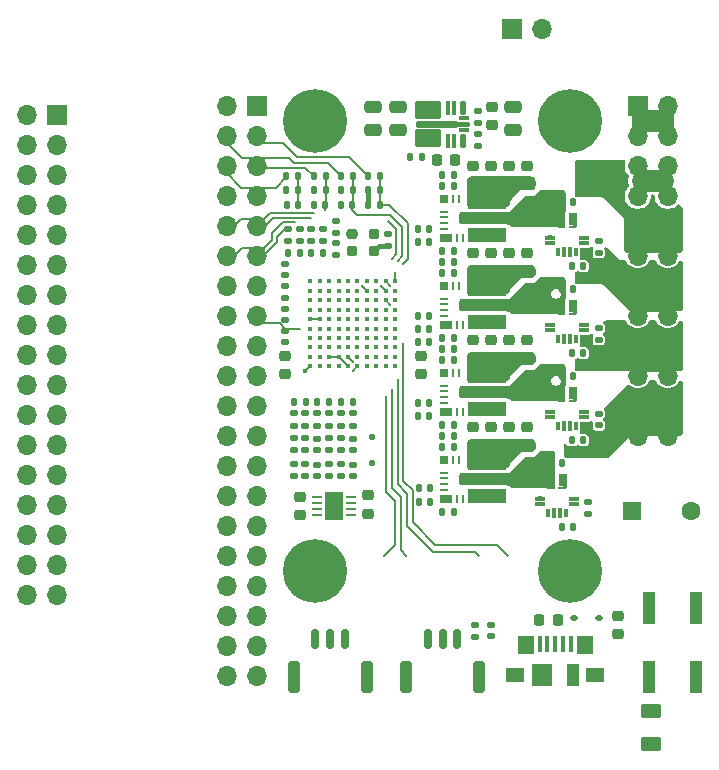
<source format=gbr>
%TF.GenerationSoftware,KiCad,Pcbnew,(7.0.0)*%
%TF.CreationDate,2023-11-10T13:47:00-05:00*%
%TF.ProjectId,ECE4760 Motor Driver,45434534-3736-4302-904d-6f746f722044,rev?*%
%TF.SameCoordinates,Original*%
%TF.FileFunction,Copper,L1,Top*%
%TF.FilePolarity,Positive*%
%FSLAX46Y46*%
G04 Gerber Fmt 4.6, Leading zero omitted, Abs format (unit mm)*
G04 Created by KiCad (PCBNEW (7.0.0)) date 2023-11-10 13:47:00*
%MOMM*%
%LPD*%
G01*
G04 APERTURE LIST*
G04 Aperture macros list*
%AMRoundRect*
0 Rectangle with rounded corners*
0 $1 Rounding radius*
0 $2 $3 $4 $5 $6 $7 $8 $9 X,Y pos of 4 corners*
0 Add a 4 corners polygon primitive as box body*
4,1,4,$2,$3,$4,$5,$6,$7,$8,$9,$2,$3,0*
0 Add four circle primitives for the rounded corners*
1,1,$1+$1,$2,$3*
1,1,$1+$1,$4,$5*
1,1,$1+$1,$6,$7*
1,1,$1+$1,$8,$9*
0 Add four rect primitives between the rounded corners*
20,1,$1+$1,$2,$3,$4,$5,0*
20,1,$1+$1,$4,$5,$6,$7,0*
20,1,$1+$1,$6,$7,$8,$9,0*
20,1,$1+$1,$8,$9,$2,$3,0*%
%AMRotRect*
0 Rectangle, with rotation*
0 The origin of the aperture is its center*
0 $1 length*
0 $2 width*
0 $3 Rotation angle, in degrees counterclockwise*
0 Add horizontal line*
21,1,$1,$2,0,0,$3*%
G04 Aperture macros list end*
%TA.AperFunction,SMDPad,CuDef*%
%ADD10RoundRect,0.135000X0.135000X0.185000X-0.135000X0.185000X-0.135000X-0.185000X0.135000X-0.185000X0*%
%TD*%
%TA.AperFunction,SMDPad,CuDef*%
%ADD11RoundRect,0.135000X0.185000X-0.135000X0.185000X0.135000X-0.185000X0.135000X-0.185000X-0.135000X0*%
%TD*%
%TA.AperFunction,SMDPad,CuDef*%
%ADD12RoundRect,0.140000X-0.140000X-0.170000X0.140000X-0.170000X0.140000X0.170000X-0.140000X0.170000X0*%
%TD*%
%TA.AperFunction,ComponentPad*%
%ADD13C,0.800000*%
%TD*%
%TA.AperFunction,ComponentPad*%
%ADD14C,5.400000*%
%TD*%
%TA.AperFunction,SMDPad,CuDef*%
%ADD15RoundRect,0.135000X-0.135000X-0.185000X0.135000X-0.185000X0.135000X0.185000X-0.135000X0.185000X0*%
%TD*%
%TA.AperFunction,SMDPad,CuDef*%
%ADD16R,0.800000X1.070000*%
%TD*%
%TA.AperFunction,SMDPad,CuDef*%
%ADD17RotRect,0.282800X0.282800X315.000000*%
%TD*%
%TA.AperFunction,SMDPad,CuDef*%
%ADD18R,0.600000X0.200000*%
%TD*%
%TA.AperFunction,SMDPad,CuDef*%
%ADD19R,0.850000X0.300000*%
%TD*%
%TA.AperFunction,SMDPad,CuDef*%
%ADD20R,0.300000X0.800000*%
%TD*%
%TA.AperFunction,SMDPad,CuDef*%
%ADD21R,0.300000X0.850000*%
%TD*%
%TA.AperFunction,SMDPad,CuDef*%
%ADD22RoundRect,0.140000X0.170000X-0.140000X0.170000X0.140000X-0.170000X0.140000X-0.170000X-0.140000X0*%
%TD*%
%TA.AperFunction,SMDPad,CuDef*%
%ADD23RoundRect,0.140000X0.140000X0.170000X-0.140000X0.170000X-0.140000X-0.170000X0.140000X-0.170000X0*%
%TD*%
%TA.AperFunction,SMDPad,CuDef*%
%ADD24RoundRect,0.250000X0.625000X-0.375000X0.625000X0.375000X-0.625000X0.375000X-0.625000X-0.375000X0*%
%TD*%
%TA.AperFunction,SMDPad,CuDef*%
%ADD25RoundRect,0.135000X-0.185000X0.135000X-0.185000X-0.135000X0.185000X-0.135000X0.185000X0.135000X0*%
%TD*%
%TA.AperFunction,SMDPad,CuDef*%
%ADD26R,0.795000X0.245000*%
%TD*%
%TA.AperFunction,SMDPad,CuDef*%
%ADD27R,1.030000X0.680000*%
%TD*%
%TA.AperFunction,SMDPad,CuDef*%
%ADD28R,0.245000X0.795000*%
%TD*%
%TA.AperFunction,SMDPad,CuDef*%
%ADD29R,3.210000X1.255000*%
%TD*%
%TA.AperFunction,SMDPad,CuDef*%
%ADD30R,3.890000X0.990000*%
%TD*%
%TA.AperFunction,SMDPad,CuDef*%
%ADD31R,0.780000X0.780000*%
%TD*%
%TA.AperFunction,SMDPad,CuDef*%
%ADD32RoundRect,0.225000X0.250000X-0.225000X0.250000X0.225000X-0.250000X0.225000X-0.250000X-0.225000X0*%
%TD*%
%TA.AperFunction,SMDPad,CuDef*%
%ADD33RoundRect,0.225000X-0.250000X0.225000X-0.250000X-0.225000X0.250000X-0.225000X0.250000X0.225000X0*%
%TD*%
%TA.AperFunction,SMDPad,CuDef*%
%ADD34RoundRect,0.140000X-0.170000X0.140000X-0.170000X-0.140000X0.170000X-0.140000X0.170000X0.140000X0*%
%TD*%
%TA.AperFunction,SMDPad,CuDef*%
%ADD35RoundRect,0.218750X-0.218750X-0.256250X0.218750X-0.256250X0.218750X0.256250X-0.218750X0.256250X0*%
%TD*%
%TA.AperFunction,SMDPad,CuDef*%
%ADD36RoundRect,0.225000X0.225000X0.250000X-0.225000X0.250000X-0.225000X-0.250000X0.225000X-0.250000X0*%
%TD*%
%TA.AperFunction,SMDPad,CuDef*%
%ADD37RoundRect,0.125000X0.125000X-0.125000X0.125000X0.125000X-0.125000X0.125000X-0.125000X-0.125000X0*%
%TD*%
%TA.AperFunction,SMDPad,CuDef*%
%ADD38R,0.450000X1.380000*%
%TD*%
%TA.AperFunction,SMDPad,CuDef*%
%ADD39R,1.650000X1.300000*%
%TD*%
%TA.AperFunction,SMDPad,CuDef*%
%ADD40R,1.425000X1.550000*%
%TD*%
%TA.AperFunction,SMDPad,CuDef*%
%ADD41R,1.800000X1.900000*%
%TD*%
%TA.AperFunction,SMDPad,CuDef*%
%ADD42R,1.000000X1.900000*%
%TD*%
%TA.AperFunction,ComponentPad*%
%ADD43R,1.700000X1.700000*%
%TD*%
%TA.AperFunction,ComponentPad*%
%ADD44O,1.700000X1.700000*%
%TD*%
%TA.AperFunction,ComponentPad*%
%ADD45RoundRect,0.250000X-1.550000X0.650000X-1.550000X-0.650000X1.550000X-0.650000X1.550000X0.650000X0*%
%TD*%
%TA.AperFunction,ComponentPad*%
%ADD46O,3.600000X1.800000*%
%TD*%
%TA.AperFunction,SMDPad,CuDef*%
%ADD47R,1.000000X2.800000*%
%TD*%
%TA.AperFunction,SMDPad,CuDef*%
%ADD48RoundRect,0.250000X-0.475000X0.250000X-0.475000X-0.250000X0.475000X-0.250000X0.475000X0.250000X0*%
%TD*%
%TA.AperFunction,SMDPad,CuDef*%
%ADD49RoundRect,0.118750X-0.118750X0.481250X-0.118750X-0.481250X0.118750X-0.481250X0.118750X0.481250X0*%
%TD*%
%TA.AperFunction,SMDPad,CuDef*%
%ADD50RoundRect,0.087500X-0.087499X0.512500X-0.087499X-0.512500X0.087499X-0.512500X0.087499X0.512500X0*%
%TD*%
%TA.AperFunction,SMDPad,CuDef*%
%ADD51RoundRect,0.160000X-0.915000X0.639999X-0.915000X-0.639999X0.915000X-0.639999X0.915000X0.639999X0*%
%TD*%
%TA.AperFunction,SMDPad,CuDef*%
%ADD52RoundRect,0.087500X-0.362500X0.087499X-0.362500X-0.087499X0.362500X-0.087499X0.362500X0.087499X0*%
%TD*%
%TA.AperFunction,SMDPad,CuDef*%
%ADD53C,0.504000*%
%TD*%
%TA.AperFunction,ComponentPad*%
%ADD54C,0.349999*%
%TD*%
%TA.AperFunction,ComponentPad*%
%ADD55C,0.499999*%
%TD*%
%TA.AperFunction,ComponentPad*%
%ADD56C,0.399999*%
%TD*%
%TA.AperFunction,SMDPad,CuDef*%
%ADD57RoundRect,0.150000X-0.150000X-0.700000X0.150000X-0.700000X0.150000X0.700000X-0.150000X0.700000X0*%
%TD*%
%TA.AperFunction,SMDPad,CuDef*%
%ADD58RoundRect,0.250000X-0.250000X-1.100000X0.250000X-1.100000X0.250000X1.100000X-0.250000X1.100000X0*%
%TD*%
%TA.AperFunction,SMDPad,CuDef*%
%ADD59RoundRect,0.200000X-0.250000X0.200000X-0.250000X-0.200000X0.250000X-0.200000X0.250000X0.200000X0*%
%TD*%
%TA.AperFunction,ComponentPad*%
%ADD60R,1.600000X1.600000*%
%TD*%
%TA.AperFunction,ComponentPad*%
%ADD61C,1.600000*%
%TD*%
%TA.AperFunction,SMDPad,CuDef*%
%ADD62RoundRect,0.062500X0.362500X0.062500X-0.362500X0.062500X-0.362500X-0.062500X0.362500X-0.062500X0*%
%TD*%
%TA.AperFunction,SMDPad,CuDef*%
%ADD63R,1.650000X2.380000*%
%TD*%
%TA.AperFunction,SMDPad,CuDef*%
%ADD64RoundRect,0.112500X0.187500X0.112500X-0.187500X0.112500X-0.187500X-0.112500X0.187500X-0.112500X0*%
%TD*%
%TA.AperFunction,SMDPad,CuDef*%
%ADD65C,0.400000*%
%TD*%
%TA.AperFunction,ViaPad*%
%ADD66C,0.400000*%
%TD*%
%TA.AperFunction,ViaPad*%
%ADD67C,0.450000*%
%TD*%
%TA.AperFunction,ViaPad*%
%ADD68C,0.300000*%
%TD*%
%TA.AperFunction,ViaPad*%
%ADD69C,0.350000*%
%TD*%
%TA.AperFunction,Conductor*%
%ADD70C,0.381000*%
%TD*%
%TA.AperFunction,Conductor*%
%ADD71C,0.200000*%
%TD*%
G04 APERTURE END LIST*
%TO.C,U7*%
G36*
X97775001Y-43860000D02*
G01*
X97774998Y-43860000D01*
X97815001Y-43900000D01*
X98700000Y-43900005D01*
X98800000Y-44000003D01*
X98800000Y-44200000D01*
X98700000Y-44300000D01*
X97815001Y-44300000D01*
X97775001Y-44339997D01*
X97775001Y-44340000D01*
X97735001Y-44379999D01*
X94325000Y-44379999D01*
X94225000Y-44280000D01*
X94225000Y-43920000D01*
X94325000Y-43820001D01*
X97735001Y-43820001D01*
X97775001Y-43860000D01*
G37*
%TD*%
D10*
%TO.P,R43,1*%
%TO.N,+5V*%
X94810000Y-46900000D03*
%TO.P,R43,2*%
%TO.N,Net-(U5-EN)*%
X93790000Y-46900000D03*
%TD*%
D11*
%TO.P,R24,1*%
%TO.N,Enc_B_In-*%
X85900000Y-69610000D03*
%TO.P,R24,2*%
%TO.N,/ENC_B-*%
X85900000Y-68590000D03*
%TD*%
D12*
%TO.P,C25,1*%
%TO.N,GND*%
X107470000Y-63500000D03*
%TO.P,C25,2*%
%TO.N,/PH2_SENSE*%
X108430000Y-63500000D03*
%TD*%
D13*
%TO.P,H2,1,1*%
%TO.N,GND*%
X83700000Y-43815000D03*
X84293109Y-42383109D03*
X84293109Y-45246891D03*
X85725000Y-41790000D03*
D14*
X85725000Y-43815000D03*
D13*
X85725000Y-45840000D03*
X87156891Y-42383109D03*
X87156891Y-45246891D03*
X87750000Y-43815000D03*
%TD*%
D15*
%TO.P,R15,1*%
%TO.N,GND*%
X90190000Y-49700000D03*
%TO.P,R15,2*%
%TO.N,/HALL_B*%
X91210000Y-49700000D03*
%TD*%
D16*
%TO.P,U2,1,IP+*%
%TO.N,PH1*%
X107560999Y-52146999D03*
D17*
X107760999Y-52681999D03*
D18*
X107460999Y-52781999D03*
D16*
%TO.P,U2,2,IP-*%
%TO.N,Net-(Q1-SW)*%
X106560999Y-52146999D03*
D17*
X106360999Y-52681999D03*
D18*
X106660999Y-52781999D03*
D19*
%TO.P,U2,3,GND*%
%TO.N,GND*%
X105610999Y-53696999D03*
%TO.P,U2,4,~{FAULT}*%
%TO.N,unconnected-(U2-~{FAULT}-Pad4)*%
X105610999Y-54196999D03*
D20*
%TO.P,U2,5,NC*%
%TO.N,unconnected-(U2-NC-Pad5)*%
X106310999Y-54946999D03*
D21*
%TO.P,U2,6,NC*%
%TO.N,unconnected-(U2-NC-Pad6)*%
X106810999Y-54896999D03*
%TO.P,U2,7,NC*%
%TO.N,unconnected-(U2-NC-Pad7)*%
X107310999Y-54896999D03*
D20*
%TO.P,U2,8,NC*%
%TO.N,unconnected-(U2-NC-Pad8)*%
X107810999Y-54946999D03*
D19*
%TO.P,U2,9,VIOUT*%
%TO.N,/PH1_SENSE*%
X108510999Y-54196999D03*
%TO.P,U2,10,VCC*%
%TO.N,+3V3*%
X108510999Y-53696999D03*
%TD*%
D22*
%TO.P,C3,1*%
%TO.N,Net-(J3-Shield)*%
X100585000Y-87454640D03*
%TO.P,C3,2*%
%TO.N,GND*%
X100585000Y-86494640D03*
%TD*%
D11*
%TO.P,R27,1*%
%TO.N,Enc_I_In-*%
X87900000Y-69610000D03*
%TO.P,R27,2*%
%TO.N,/ENC_I-*%
X87900000Y-68590000D03*
%TD*%
D23*
%TO.P,C28,1*%
%TO.N,Net-(Q3-V_{PHASE})*%
X97444500Y-63119000D03*
%TO.P,C28,2*%
%TO.N,Net-(Q3-V_{BOOT})*%
X96484500Y-63119000D03*
%TD*%
D11*
%TO.P,R39,1*%
%TO.N,Lim_H_In*%
X83900000Y-73910000D03*
%TO.P,R39,2*%
%TO.N,/LIM_H*%
X83900000Y-72890000D03*
%TD*%
%TO.P,R38,1*%
%TO.N,GND*%
X87900000Y-71710000D03*
%TO.P,R38,2*%
%TO.N,/LIM_R*%
X87900000Y-70690000D03*
%TD*%
D15*
%TO.P,R6,1*%
%TO.N,+5V*%
X96454500Y-62166500D03*
%TO.P,R6,2*%
%TO.N,Net-(Q2-R_{DRV})*%
X97474500Y-62166500D03*
%TD*%
%TO.P,R12,1*%
%TO.N,Hall_A_In*%
X85590000Y-48500000D03*
%TO.P,R12,2*%
%TO.N,/HALL_A*%
X86610000Y-48500000D03*
%TD*%
D12*
%TO.P,C27,1*%
%TO.N,GND*%
X94389000Y-67691000D03*
%TO.P,C27,2*%
%TO.N,Net-(Q3-V_{DD})*%
X95349000Y-67691000D03*
%TD*%
D24*
%TO.P,D2,1,K*%
%TO.N,unconnected-(D2-K-Pad1)*%
X114200000Y-96600000D03*
%TO.P,D2,2,A*%
%TO.N,unconnected-(D2-A-Pad2)*%
X114200000Y-93800000D03*
%TD*%
D22*
%TO.P,C18,1*%
%TO.N,GND*%
X109728000Y-54963000D03*
%TO.P,C18,2*%
%TO.N,+3V3*%
X109728000Y-54003000D03*
%TD*%
D11*
%TO.P,R41,1*%
%TO.N,Lim_Aux_In*%
X86900000Y-73910000D03*
%TO.P,R41,2*%
%TO.N,/LIM_AUX*%
X86900000Y-72890000D03*
%TD*%
D25*
%TO.P,R30,1*%
%TO.N,Aux_Enc_A_In-*%
X84400000Y-52990000D03*
%TO.P,R30,2*%
%TO.N,/AUX_ENC_A-*%
X84400000Y-54010000D03*
%TD*%
D11*
%TO.P,R26,1*%
%TO.N,Enc_I_In+*%
X88900000Y-69610000D03*
%TO.P,R26,2*%
%TO.N,/ENC_I+*%
X88900000Y-68590000D03*
%TD*%
D26*
%TO.P,Q1,1,HS*%
%TO.N,/PH1_HI*%
X96634999Y-51494999D03*
%TO.P,Q1,2,LS*%
%TO.N,/PH1_LO*%
X96634999Y-51994999D03*
%TO.P,Q1,3,SD*%
%TO.N,unconnected-(Q1-SD-Pad3)*%
X96634999Y-52494999D03*
%TO.P,Q1,4,V_{DD}*%
%TO.N,Net-(Q1-V_{DD})*%
X96634999Y-52994999D03*
D27*
%TO.P,Q1,5,V_{DRV}*%
%TO.N,+5V*%
X96809999Y-53744999D03*
D28*
%TO.P,Q1,6,R_{DRV}*%
%TO.N,Net-(Q1-R_{DRV})*%
X97734999Y-53719999D03*
%TO.P,Q1,7,AGND*%
%TO.N,GND*%
X98234999Y-53719999D03*
D29*
%TO.P,Q1,8,PGND*%
X100234999Y-53469999D03*
D30*
%TO.P,Q1,9,SW*%
%TO.N,Net-(Q1-SW)*%
X99909999Y-52069999D03*
D29*
%TO.P,Q1,10,V_{PWR}*%
%TO.N,Vdrive*%
X100234999Y-50669999D03*
D28*
%TO.P,Q1,11,V_{PHASE}*%
%TO.N,Net-(Q1-V_{PHASE})*%
X97884999Y-50419999D03*
%TO.P,Q1,12,R_{BOOT}*%
%TO.N,Net-(Q1-R_{BOOT})*%
X97384999Y-50419999D03*
D31*
%TO.P,Q1,13,V_{BOOT}*%
%TO.N,Net-(Q1-V_{BOOT})*%
X96659999Y-50419999D03*
%TD*%
D32*
%TO.P,C49,1*%
%TO.N,Vdrive*%
X103632000Y-63894000D03*
%TO.P,C49,2*%
%TO.N,GND*%
X103632000Y-62344000D03*
%TD*%
D11*
%TO.P,R40,1*%
%TO.N,GND*%
X84900000Y-73910000D03*
%TO.P,R40,2*%
%TO.N,/LIM_H*%
X84900000Y-72890000D03*
%TD*%
D22*
%TO.P,C8,1*%
%TO.N,+3V3*%
X83200000Y-58780000D03*
%TO.P,C8,2*%
%TO.N,GND*%
X83200000Y-57820000D03*
%TD*%
D23*
%TO.P,C32,1*%
%TO.N,+5V*%
X95476000Y-76073000D03*
%TO.P,C32,2*%
%TO.N,GND*%
X94516000Y-76073000D03*
%TD*%
D12*
%TO.P,C6,1*%
%TO.N,+3V3*%
X94420000Y-62500000D03*
%TO.P,C6,2*%
%TO.N,GND*%
X95380000Y-62500000D03*
%TD*%
D22*
%TO.P,C10,1*%
%TO.N,+3V3*%
X83200000Y-60680000D03*
%TO.P,C10,2*%
%TO.N,GND*%
X83200000Y-59720000D03*
%TD*%
D12*
%TO.P,C33,1*%
%TO.N,GND*%
X94516000Y-74930000D03*
%TO.P,C33,2*%
%TO.N,Net-(Q4-V_{DD})*%
X95476000Y-74930000D03*
%TD*%
D33*
%TO.P,C5,1*%
%TO.N,+3V3*%
X94700000Y-63725000D03*
%TO.P,C5,2*%
%TO.N,GND*%
X94700000Y-65275000D03*
%TD*%
%TO.P,C4,1*%
%TO.N,+3V3*%
X83200000Y-63725000D03*
%TO.P,C4,2*%
%TO.N,GND*%
X83200000Y-65275000D03*
%TD*%
D32*
%TO.P,C42,1*%
%TO.N,Vdrive*%
X99060000Y-56528000D03*
%TO.P,C42,2*%
%TO.N,GND*%
X99060000Y-54978000D03*
%TD*%
%TO.P,C39,1*%
%TO.N,Vdrive*%
X99060000Y-49162000D03*
%TO.P,C39,2*%
%TO.N,GND*%
X99060000Y-47612000D03*
%TD*%
D15*
%TO.P,R14,1*%
%TO.N,Hall_B_In*%
X90190000Y-48500000D03*
%TO.P,R14,2*%
%TO.N,/HALL_B*%
X91210000Y-48500000D03*
%TD*%
D32*
%TO.P,C50,1*%
%TO.N,Vdrive*%
X99060000Y-71260000D03*
%TO.P,C50,2*%
%TO.N,GND*%
X99060000Y-69710000D03*
%TD*%
%TO.P,C12,1*%
%TO.N,+5V*%
X84400000Y-77175000D03*
%TO.P,C12,2*%
%TO.N,GND*%
X84400000Y-75625000D03*
%TD*%
D25*
%TO.P,R3,1*%
%TO.N,Net-(U1-PA1)*%
X87500000Y-54190000D03*
%TO.P,R3,2*%
%TO.N,GND*%
X87500000Y-55210000D03*
%TD*%
D15*
%TO.P,R10,1*%
%TO.N,+5V*%
X96454500Y-76898500D03*
%TO.P,R10,2*%
%TO.N,Net-(Q4-R_{DRV})*%
X97474500Y-76898500D03*
%TD*%
D34*
%TO.P,C11,1*%
%TO.N,GND*%
X91900000Y-53420000D03*
%TO.P,C11,2*%
%TO.N,+3V3*%
X91900000Y-54380000D03*
%TD*%
D32*
%TO.P,C38,1*%
%TO.N,Vdrive*%
X100584000Y-49162000D03*
%TO.P,C38,2*%
%TO.N,GND*%
X100584000Y-47612000D03*
%TD*%
D25*
%TO.P,R33,1*%
%TO.N,Aux_Enc_B_In-*%
X86400000Y-52990000D03*
%TO.P,R33,2*%
%TO.N,/AUX_ENC_B-*%
X86400000Y-54010000D03*
%TD*%
D10*
%TO.P,R31,1*%
%TO.N,/AUX_ENC_A-*%
X84410000Y-55000000D03*
%TO.P,R31,2*%
%TO.N,/AUX_ENC_A+*%
X83390000Y-55000000D03*
%TD*%
D33*
%TO.P,C74,1*%
%TO.N,Vdrive*%
X100700000Y-42625000D03*
%TO.P,C74,2*%
%TO.N,GND*%
X100700000Y-44175000D03*
%TD*%
D32*
%TO.P,C44,1*%
%TO.N,Vdrive*%
X102108000Y-56528000D03*
%TO.P,C44,2*%
%TO.N,GND*%
X102108000Y-54978000D03*
%TD*%
D12*
%TO.P,C15,1*%
%TO.N,GND*%
X94417000Y-52959000D03*
%TO.P,C15,2*%
%TO.N,Net-(Q1-V_{DD})*%
X95377000Y-52959000D03*
%TD*%
D35*
%TO.P,F1,1*%
%TO.N,VBUS*%
X104697500Y-86100000D03*
%TO.P,F1,2*%
%TO.N,Net-(D1-A)*%
X106272500Y-86100000D03*
%TD*%
D15*
%TO.P,R4,1*%
%TO.N,+5V*%
X96454500Y-54800500D03*
%TO.P,R4,2*%
%TO.N,Net-(Q1-R_{DRV})*%
X97474500Y-54800500D03*
%TD*%
D12*
%TO.P,C35,1*%
%TO.N,Net-(Q4-SW)*%
X105692000Y-72771000D03*
%TO.P,C35,2*%
%TO.N,PH4*%
X106652000Y-72771000D03*
%TD*%
D36*
%TO.P,C76,1*%
%TO.N,Net-(U7-RT)*%
X97575000Y-47100000D03*
%TO.P,C76,2*%
%TO.N,GND*%
X96025000Y-47100000D03*
%TD*%
D37*
%TO.P,REF\u002A\u002A,1*%
%TO.N,N/C*%
X90500000Y-72800000D03*
%TO.P,REF\u002A\u002A,2*%
X90500000Y-70600000D03*
%TD*%
D12*
%TO.P,C23,1*%
%TO.N,Net-(Q2-SW)*%
X106581000Y-58039000D03*
%TO.P,C23,2*%
%TO.N,PH2*%
X107541000Y-58039000D03*
%TD*%
D10*
%TO.P,R11,1*%
%TO.N,Net-(Q4-R_{BOOT})*%
X97474500Y-71437500D03*
%TO.P,R11,2*%
%TO.N,Net-(Q4-V_{BOOT})*%
X96454500Y-71437500D03*
%TD*%
D32*
%TO.P,C48,1*%
%TO.N,Vdrive*%
X102108000Y-63894000D03*
%TO.P,C48,2*%
%TO.N,GND*%
X102108000Y-62344000D03*
%TD*%
D22*
%TO.P,C36,1*%
%TO.N,GND*%
X108839000Y-77061000D03*
%TO.P,C36,2*%
%TO.N,+3V3*%
X108839000Y-76101000D03*
%TD*%
D34*
%TO.P,C72,1*%
%TO.N,/LIM_H*%
X85900000Y-72920000D03*
%TO.P,C72,2*%
%TO.N,GND*%
X85900000Y-73880000D03*
%TD*%
D11*
%TO.P,R20,1*%
%TO.N,Enc_A_In+*%
X84900000Y-69610000D03*
%TO.P,R20,2*%
%TO.N,/ENC_A+*%
X84900000Y-68590000D03*
%TD*%
D25*
%TO.P,R29,1*%
%TO.N,Aux_Enc_A_In+*%
X83400000Y-52990000D03*
%TO.P,R29,2*%
%TO.N,/AUX_ENC_A+*%
X83400000Y-54010000D03*
%TD*%
D22*
%TO.P,C30,1*%
%TO.N,GND*%
X109728000Y-69568000D03*
%TO.P,C30,2*%
%TO.N,+3V3*%
X109728000Y-68608000D03*
%TD*%
D33*
%TO.P,C2,1*%
%TO.N,+5V*%
X111385000Y-85725000D03*
%TO.P,C2,2*%
%TO.N,GND*%
X111385000Y-87275000D03*
%TD*%
D32*
%TO.P,C40,1*%
%TO.N,Vdrive*%
X102108000Y-49162000D03*
%TO.P,C40,2*%
%TO.N,GND*%
X102108000Y-47612000D03*
%TD*%
D23*
%TO.P,C14,1*%
%TO.N,+5V*%
X95377000Y-54102000D03*
%TO.P,C14,2*%
%TO.N,GND*%
X94417000Y-54102000D03*
%TD*%
D15*
%TO.P,R18,1*%
%TO.N,Hall_I_In*%
X83290000Y-48500000D03*
%TO.P,R18,2*%
%TO.N,/HALL_I*%
X84310000Y-48500000D03*
%TD*%
D22*
%TO.P,C9,1*%
%TO.N,+3V3*%
X83200000Y-56880000D03*
%TO.P,C9,2*%
%TO.N,GND*%
X83200000Y-55920000D03*
%TD*%
D32*
%TO.P,C53,1*%
%TO.N,Vdrive*%
X103632000Y-71260000D03*
%TO.P,C53,2*%
%TO.N,GND*%
X103632000Y-69710000D03*
%TD*%
D11*
%TO.P,R42,1*%
%TO.N,GND*%
X87900000Y-73910000D03*
%TO.P,R42,2*%
%TO.N,/LIM_AUX*%
X87900000Y-72890000D03*
%TD*%
D38*
%TO.P,J3,1,VBUS*%
%TO.N,VBUS*%
X104744999Y-88074999D03*
%TO.P,J3,2,D-*%
%TO.N,/USB_D-*%
X105394999Y-88074999D03*
%TO.P,J3,3,D+*%
%TO.N,/USB_D+*%
X106044999Y-88074999D03*
%TO.P,J3,4,ID*%
%TO.N,unconnected-(J3-ID-Pad4)*%
X106694999Y-88074999D03*
%TO.P,J3,5,GND*%
%TO.N,GND*%
X107344999Y-88074999D03*
D39*
%TO.P,J3,6,Shield*%
%TO.N,Net-(J3-Shield)*%
X102669999Y-90734999D03*
D40*
X103557499Y-88159999D03*
D41*
X104894999Y-90734999D03*
D42*
X107594999Y-90734999D03*
D40*
X108532499Y-88159999D03*
D39*
X109419999Y-90734999D03*
%TD*%
D13*
%TO.P,H1,1,1*%
%TO.N,GND*%
X105290000Y-43815000D03*
X105883109Y-42383109D03*
X105883109Y-45246891D03*
X107315000Y-41790000D03*
D14*
X107315000Y-43815000D03*
D13*
X107315000Y-45840000D03*
X108746891Y-42383109D03*
X108746891Y-45246891D03*
X109340000Y-43815000D03*
%TD*%
D11*
%TO.P,R36,1*%
%TO.N,GND*%
X84900000Y-71710000D03*
%TO.P,R36,2*%
%TO.N,/LIM_L*%
X84900000Y-70690000D03*
%TD*%
D43*
%TO.P,J1,1,Pin_1*%
%TO.N,+5V*%
X63880999Y-43306999D03*
D44*
%TO.P,J1,2,Pin_2*%
%TO.N,GND*%
X61340999Y-43306999D03*
%TO.P,J1,3,Pin_3*%
%TO.N,Hall_B_In*%
X63880999Y-45846999D03*
%TO.P,J1,4,Pin_4*%
%TO.N,Hall_C_In*%
X61340999Y-45846999D03*
%TO.P,J1,5,Pin_5*%
%TO.N,Hall_A_In*%
X63880999Y-48386999D03*
%TO.P,J1,6,Pin_6*%
%TO.N,Hall_I_In*%
X61340999Y-48386999D03*
%TO.P,J1,7,Pin_7*%
%TO.N,+5V*%
X63880999Y-50926999D03*
%TO.P,J1,8,Pin_8*%
%TO.N,GND*%
X61340999Y-50926999D03*
%TO.P,J1,9,Pin_9*%
%TO.N,Aux_Enc_B_In+*%
X63880999Y-53466999D03*
%TO.P,J1,10,Pin_10*%
%TO.N,Aux_Enc_B_In-*%
X61340999Y-53466999D03*
%TO.P,J1,11,Pin_11*%
%TO.N,Aux_Enc_A_In+*%
X63880999Y-56006999D03*
%TO.P,J1,12,Pin_12*%
%TO.N,Aux_Enc_A_In-*%
X61340999Y-56006999D03*
%TO.P,J1,13,Pin_13*%
%TO.N,+5V*%
X63880999Y-58546999D03*
%TO.P,J1,14,Pin_14*%
%TO.N,GND*%
X61340999Y-58546999D03*
%TO.P,J1,15,Pin_15*%
%TO.N,~{Fault_Enable}*%
X63880999Y-61086999D03*
%TO.P,J1,16,Pin_16*%
%TO.N,~{Abort}*%
X61340999Y-61086999D03*
%TO.P,J1,17,Pin_17*%
%TO.N,LED_2*%
X63880999Y-63626999D03*
%TO.P,J1,18,Pin_18*%
%TO.N,LED_1*%
X61340999Y-63626999D03*
%TO.P,J1,19,Pin_19*%
%TO.N,+3V3*%
X63880999Y-66166999D03*
%TO.P,J1,20,Pin_20*%
%TO.N,GND*%
X61340999Y-66166999D03*
%TO.P,J1,21,Pin_21*%
%TO.N,Enc_A_In-*%
X63880999Y-68706999D03*
%TO.P,J1,22,Pin_22*%
%TO.N,Enc_A_In+*%
X61340999Y-68706999D03*
%TO.P,J1,23,Pin_23*%
%TO.N,Enc_B_In-*%
X63880999Y-71246999D03*
%TO.P,J1,24,Pin_24*%
%TO.N,Enc_B_In+*%
X61340999Y-71246999D03*
%TO.P,J1,25,Pin_25*%
%TO.N,Enc_I_In-*%
X63880999Y-73786999D03*
%TO.P,J1,26,Pin_26*%
%TO.N,Enc_I_In+*%
X61340999Y-73786999D03*
%TO.P,J1,27,Pin_27*%
%TO.N,+5V*%
X63880999Y-76326999D03*
%TO.P,J1,28,Pin_28*%
%TO.N,GND*%
X61340999Y-76326999D03*
%TO.P,J1,29,Pin_29*%
%TO.N,Lim_H_In*%
X63880999Y-78866999D03*
%TO.P,J1,30,Pin_30*%
%TO.N,Lim_L_In*%
X61340999Y-78866999D03*
%TO.P,J1,31,Pin_31*%
%TO.N,Lim_Aux_In*%
X63880999Y-81406999D03*
%TO.P,J1,32,Pin_32*%
%TO.N,Lim_R_In*%
X61340999Y-81406999D03*
%TO.P,J1,33,Pin_33*%
%TO.N,+5V*%
X63880999Y-83946999D03*
%TO.P,J1,34,Pin_34*%
%TO.N,GND*%
X61340999Y-83946999D03*
%TD*%
D34*
%TO.P,C71,1*%
%TO.N,/LIM_R*%
X88900000Y-70720000D03*
%TO.P,C71,2*%
%TO.N,GND*%
X88900000Y-71680000D03*
%TD*%
D16*
%TO.P,U4,1,IP+*%
%TO.N,PH3*%
X107560999Y-66878999D03*
D17*
X107760999Y-67413999D03*
D18*
X107460999Y-67513999D03*
D16*
%TO.P,U4,2,IP-*%
%TO.N,Net-(Q3-SW)*%
X106560999Y-66878999D03*
D17*
X106360999Y-67413999D03*
D18*
X106660999Y-67513999D03*
D19*
%TO.P,U4,3,GND*%
%TO.N,GND*%
X105610999Y-68428999D03*
%TO.P,U4,4,~{FAULT}*%
%TO.N,unconnected-(U4-~{FAULT}-Pad4)*%
X105610999Y-68928999D03*
D20*
%TO.P,U4,5,NC*%
%TO.N,unconnected-(U4-NC-Pad5)*%
X106310999Y-69678999D03*
D21*
%TO.P,U4,6,NC*%
%TO.N,unconnected-(U4-NC-Pad6)*%
X106810999Y-69628999D03*
%TO.P,U4,7,NC*%
%TO.N,unconnected-(U4-NC-Pad7)*%
X107310999Y-69628999D03*
D20*
%TO.P,U4,8,NC*%
%TO.N,unconnected-(U4-NC-Pad8)*%
X107810999Y-69678999D03*
D19*
%TO.P,U4,9,VIOUT*%
%TO.N,/PH3_SENSE*%
X108510999Y-68928999D03*
%TO.P,U4,10,VCC*%
%TO.N,+3V3*%
X108510999Y-68428999D03*
%TD*%
D25*
%TO.P,R32,1*%
%TO.N,Aux_Enc_B_In+*%
X85400000Y-52990000D03*
%TO.P,R32,2*%
%TO.N,/AUX_ENC_B+*%
X85400000Y-54010000D03*
%TD*%
D45*
%TO.P,J2,1,Pin_1*%
%TO.N,Vdrive*%
X114300000Y-43815000D03*
D46*
%TO.P,J2,2,Pin_2*%
%TO.N,GND*%
X114299999Y-48894999D03*
%TO.P,J2,3,Pin_3*%
%TO.N,PH1*%
X114299999Y-53974999D03*
%TO.P,J2,4,Pin_4*%
%TO.N,PH2*%
X114299999Y-59054999D03*
%TO.P,J2,5,Pin_5*%
%TO.N,PH3*%
X114299999Y-64134999D03*
%TO.P,J2,6,Pin_6*%
%TO.N,PH4*%
X114299999Y-69214999D03*
%TD*%
D32*
%TO.P,C43,1*%
%TO.N,Vdrive*%
X100584000Y-56528000D03*
%TO.P,C43,2*%
%TO.N,GND*%
X100584000Y-54978000D03*
%TD*%
D11*
%TO.P,R21,1*%
%TO.N,Enc_A_In-*%
X83900000Y-69610000D03*
%TO.P,R21,2*%
%TO.N,/ENC_A-*%
X83900000Y-68590000D03*
%TD*%
D15*
%TO.P,R19,1*%
%TO.N,GND*%
X83290000Y-49700000D03*
%TO.P,R19,2*%
%TO.N,/HALL_I*%
X84310000Y-49700000D03*
%TD*%
%TO.P,R28,1*%
%TO.N,/ENC_I-*%
X87890000Y-67600000D03*
%TO.P,R28,2*%
%TO.N,/ENC_I+*%
X88910000Y-67600000D03*
%TD*%
D32*
%TO.P,C52,1*%
%TO.N,Vdrive*%
X102108000Y-71260000D03*
%TO.P,C52,2*%
%TO.N,GND*%
X102108000Y-69710000D03*
%TD*%
D15*
%TO.P,R17,1*%
%TO.N,GND*%
X87890000Y-49700000D03*
%TO.P,R17,2*%
%TO.N,/HALL_C*%
X88910000Y-49700000D03*
%TD*%
D16*
%TO.P,U6,1,IP+*%
%TO.N,PH4*%
X106671999Y-74244999D03*
D17*
X106871999Y-74779999D03*
D18*
X106571999Y-74879999D03*
D16*
%TO.P,U6,2,IP-*%
%TO.N,Net-(Q4-SW)*%
X105671999Y-74244999D03*
D17*
X105471999Y-74779999D03*
D18*
X105771999Y-74879999D03*
D19*
%TO.P,U6,3,GND*%
%TO.N,GND*%
X104721999Y-75794999D03*
%TO.P,U6,4,~{FAULT}*%
%TO.N,unconnected-(U6-~{FAULT}-Pad4)*%
X104721999Y-76294999D03*
D20*
%TO.P,U6,5,NC*%
%TO.N,unconnected-(U6-NC-Pad5)*%
X105421999Y-77044999D03*
D21*
%TO.P,U6,6,NC*%
%TO.N,unconnected-(U6-NC-Pad6)*%
X105921999Y-76994999D03*
%TO.P,U6,7,NC*%
%TO.N,unconnected-(U6-NC-Pad7)*%
X106421999Y-76994999D03*
D20*
%TO.P,U6,8,NC*%
%TO.N,unconnected-(U6-NC-Pad8)*%
X106921999Y-77044999D03*
D19*
%TO.P,U6,9,VIOUT*%
%TO.N,/PH4_SENSE*%
X107621999Y-76294999D03*
%TO.P,U6,10,VCC*%
%TO.N,+3V3*%
X107621999Y-75794999D03*
%TD*%
D15*
%TO.P,R13,1*%
%TO.N,GND*%
X85590000Y-49700000D03*
%TO.P,R13,2*%
%TO.N,/HALL_A*%
X86610000Y-49700000D03*
%TD*%
D10*
%TO.P,R5,1*%
%TO.N,Net-(Q1-R_{BOOT})*%
X97474500Y-49339500D03*
%TO.P,R5,2*%
%TO.N,Net-(Q1-V_{BOOT})*%
X96454500Y-49339500D03*
%TD*%
D12*
%TO.P,C31,1*%
%TO.N,GND*%
X107470000Y-70866000D03*
%TO.P,C31,2*%
%TO.N,/PH3_SENSE*%
X108430000Y-70866000D03*
%TD*%
D32*
%TO.P,C13,1*%
%TO.N,+3V3*%
X90199999Y-77075000D03*
%TO.P,C13,2*%
%TO.N,GND*%
X90199999Y-75525000D03*
%TD*%
%TO.P,C41,1*%
%TO.N,Vdrive*%
X103632000Y-49162000D03*
%TO.P,C41,2*%
%TO.N,GND*%
X103632000Y-47612000D03*
%TD*%
D22*
%TO.P,C24,1*%
%TO.N,GND*%
X109728000Y-62329000D03*
%TO.P,C24,2*%
%TO.N,+3V3*%
X109728000Y-61369000D03*
%TD*%
D11*
%TO.P,R23,1*%
%TO.N,Enc_B_In+*%
X86900000Y-69610000D03*
%TO.P,R23,2*%
%TO.N,/ENC_B+*%
X86900000Y-68590000D03*
%TD*%
D26*
%TO.P,Q4,1,HS*%
%TO.N,/PH4_HI*%
X96634999Y-73592999D03*
%TO.P,Q4,2,LS*%
%TO.N,/PH4_LO*%
X96634999Y-74092999D03*
%TO.P,Q4,3,SD*%
%TO.N,unconnected-(Q4-SD-Pad3)*%
X96634999Y-74592999D03*
%TO.P,Q4,4,V_{DD}*%
%TO.N,Net-(Q4-V_{DD})*%
X96634999Y-75092999D03*
D27*
%TO.P,Q4,5,V_{DRV}*%
%TO.N,+5V*%
X96809999Y-75842999D03*
D28*
%TO.P,Q4,6,R_{DRV}*%
%TO.N,Net-(Q4-R_{DRV})*%
X97734999Y-75817999D03*
%TO.P,Q4,7,AGND*%
%TO.N,GND*%
X98234999Y-75817999D03*
D29*
%TO.P,Q4,8,PGND*%
X100234999Y-75567999D03*
D30*
%TO.P,Q4,9,SW*%
%TO.N,Net-(Q4-SW)*%
X99909999Y-74167999D03*
D29*
%TO.P,Q4,10,V_{PWR}*%
%TO.N,Vdrive*%
X100234999Y-72767999D03*
D28*
%TO.P,Q4,11,V_{PHASE}*%
%TO.N,Net-(Q4-V_{PHASE})*%
X97884999Y-72517999D03*
%TO.P,Q4,12,R_{BOOT}*%
%TO.N,Net-(Q4-R_{BOOT})*%
X97384999Y-72517999D03*
D31*
%TO.P,Q4,13,V_{BOOT}*%
%TO.N,Net-(Q4-V_{BOOT})*%
X96659999Y-72517999D03*
%TD*%
D22*
%TO.P,C7,1*%
%TO.N,+3V3*%
X83200000Y-62580000D03*
%TO.P,C7,2*%
%TO.N,GND*%
X83200000Y-61620000D03*
%TD*%
D11*
%TO.P,R35,1*%
%TO.N,Lim_L_In*%
X83900000Y-71710000D03*
%TO.P,R35,2*%
%TO.N,/LIM_L*%
X83900000Y-70690000D03*
%TD*%
D23*
%TO.P,C22,1*%
%TO.N,Net-(Q2-V_{PHASE})*%
X97444500Y-55753000D03*
%TO.P,C22,2*%
%TO.N,Net-(Q2-V_{BOOT})*%
X96484500Y-55753000D03*
%TD*%
%TO.P,C67,1*%
%TO.N,/HALL_B*%
X91180000Y-50900000D03*
%TO.P,C67,2*%
%TO.N,GND*%
X90220000Y-50900000D03*
%TD*%
D16*
%TO.P,U3,1,IP+*%
%TO.N,PH2*%
X107560999Y-59512999D03*
D17*
X107760999Y-60047999D03*
D18*
X107460999Y-60147999D03*
D16*
%TO.P,U3,2,IP-*%
%TO.N,Net-(Q2-SW)*%
X106560999Y-59512999D03*
D17*
X106360999Y-60047999D03*
D18*
X106660999Y-60147999D03*
D19*
%TO.P,U3,3,GND*%
%TO.N,GND*%
X105610999Y-61062999D03*
%TO.P,U3,4,~{FAULT}*%
%TO.N,unconnected-(U3-~{FAULT}-Pad4)*%
X105610999Y-61562999D03*
D20*
%TO.P,U3,5,NC*%
%TO.N,unconnected-(U3-NC-Pad5)*%
X106310999Y-62312999D03*
D21*
%TO.P,U3,6,NC*%
%TO.N,unconnected-(U3-NC-Pad6)*%
X106810999Y-62262999D03*
%TO.P,U3,7,NC*%
%TO.N,unconnected-(U3-NC-Pad7)*%
X107310999Y-62262999D03*
D20*
%TO.P,U3,8,NC*%
%TO.N,unconnected-(U3-NC-Pad8)*%
X107810999Y-62312999D03*
D19*
%TO.P,U3,9,VIOUT*%
%TO.N,/PH2_SENSE*%
X108510999Y-61562999D03*
%TO.P,U3,10,VCC*%
%TO.N,+3V3*%
X108510999Y-61062999D03*
%TD*%
D23*
%TO.P,C68,1*%
%TO.N,/HALL_C*%
X88880000Y-50900000D03*
%TO.P,C68,2*%
%TO.N,GND*%
X87920000Y-50900000D03*
%TD*%
D47*
%TO.P,REF\u002A\u002A,1*%
%TO.N,N/C*%
X113999999Y-90899999D03*
X113999999Y-85099999D03*
%TO.P,REF\u002A\u002A,2*%
X117999999Y-90899999D03*
X117999999Y-85099999D03*
%TD*%
D12*
%TO.P,C17,1*%
%TO.N,Net-(Q1-SW)*%
X106581000Y-50673000D03*
%TO.P,C17,2*%
%TO.N,PH1*%
X107541000Y-50673000D03*
%TD*%
D48*
%TO.P,C78,1*%
%TO.N,+5V*%
X90600000Y-42650000D03*
%TO.P,C78,2*%
%TO.N,GND*%
X90600000Y-44550000D03*
%TD*%
D10*
%TO.P,R7,1*%
%TO.N,Net-(Q2-R_{BOOT})*%
X97474500Y-56705500D03*
%TO.P,R7,2*%
%TO.N,Net-(Q2-V_{BOOT})*%
X96454500Y-56705500D03*
%TD*%
D49*
%TO.P,U7,1,PGOOD*%
%TO.N,Net-(U5-EN)*%
X98262000Y-42700000D03*
D50*
%TO.P,U7,2,EN*%
%TO.N,Vdrive*%
X97450000Y-42700000D03*
%TO.P,U7,3,VIN*%
X96950001Y-42700000D03*
D51*
%TO.P,U7,4,VOUT*%
%TO.N,+5V*%
X95299999Y-42900000D03*
%TO.P,U7,5,SW*%
%TO.N,unconnected-(U7-SW-Pad5)*%
X95299999Y-45300000D03*
D50*
%TO.P,U7,6,SW*%
%TO.N,unconnected-(U7-SW-Pad6)*%
X96950001Y-45500000D03*
%TO.P,U7,7,BOOT*%
%TO.N,unconnected-(U7-BOOT-Pad7)*%
X97450000Y-45500000D03*
D49*
%TO.P,U7,8,VCC*%
%TO.N,Net-(U7-RT)*%
X98262000Y-45500000D03*
D52*
%TO.P,U7,9,FB*%
%TO.N,Net-(U7-FB)*%
X98349998Y-44599999D03*
D53*
%TO.P,U7,10,GND*%
%TO.N,GND*%
X97304999Y-44100000D03*
D52*
%TO.P,U7,11,RT*%
%TO.N,Net-(U7-RT)*%
X98349998Y-43600001D03*
D54*
%TO.P,U7,12*%
%TO.N,N/C*%
X96950001Y-43050000D03*
%TO.P,U7,13*%
X96950001Y-42370001D03*
D55*
%TO.P,U7,14*%
X94890000Y-43319999D03*
%TO.P,U7,15*%
X95710001Y-43319999D03*
%TO.P,U7,16*%
X94750001Y-42370001D03*
%TO.P,U7,17*%
X95250000Y-42370001D03*
%TO.P,U7,18*%
X95750001Y-42370001D03*
D56*
%TO.P,U7,19*%
X98530001Y-44100000D03*
%TO.P,U7,20*%
X97530000Y-44100000D03*
D55*
%TO.P,U7,21*%
X96530000Y-44100000D03*
%TO.P,U7,22*%
X95529999Y-44100000D03*
%TO.P,U7,23*%
X94530001Y-44100000D03*
%TD*%
D23*
%TO.P,C34,1*%
%TO.N,Net-(Q4-V_{PHASE})*%
X97444500Y-70485000D03*
%TO.P,C34,2*%
%TO.N,Net-(Q4-V_{BOOT})*%
X96484500Y-70485000D03*
%TD*%
D43*
%TO.P,REF\u002A\u002A,1*%
%TO.N,N/C*%
X80771999Y-42544999D03*
D44*
%TO.P,REF\u002A\u002A,2*%
X78231999Y-42544999D03*
%TO.P,REF\u002A\u002A,3*%
X80771999Y-45084999D03*
%TO.P,REF\u002A\u002A,4*%
X78231999Y-45084999D03*
%TO.P,REF\u002A\u002A,5*%
X80771999Y-47624999D03*
%TO.P,REF\u002A\u002A,6*%
X78231999Y-47624999D03*
%TO.P,REF\u002A\u002A,7*%
X80771999Y-50164999D03*
%TO.P,REF\u002A\u002A,8*%
X78231999Y-50164999D03*
%TO.P,REF\u002A\u002A,9*%
X80771999Y-52704999D03*
%TO.P,REF\u002A\u002A,10*%
X78231999Y-52704999D03*
%TO.P,REF\u002A\u002A,11*%
X80771999Y-55244999D03*
%TO.P,REF\u002A\u002A,12*%
X78231999Y-55244999D03*
%TO.P,REF\u002A\u002A,13*%
X80771999Y-57784999D03*
%TO.P,REF\u002A\u002A,14*%
X78231999Y-57784999D03*
%TO.P,REF\u002A\u002A,15*%
X80771999Y-60324999D03*
%TO.P,REF\u002A\u002A,16*%
X78231999Y-60324999D03*
%TO.P,REF\u002A\u002A,17*%
X80771999Y-62864999D03*
%TO.P,REF\u002A\u002A,18*%
X78231999Y-62864999D03*
%TO.P,REF\u002A\u002A,19*%
X80771999Y-65404999D03*
%TO.P,REF\u002A\u002A,20*%
X78231999Y-65404999D03*
%TO.P,REF\u002A\u002A,21*%
X80771999Y-67944999D03*
%TO.P,REF\u002A\u002A,22*%
X78231999Y-67944999D03*
%TO.P,REF\u002A\u002A,23*%
X80771999Y-70484999D03*
%TO.P,REF\u002A\u002A,24*%
X78231999Y-70484999D03*
%TO.P,REF\u002A\u002A,25*%
X80771999Y-73024999D03*
%TO.P,REF\u002A\u002A,26*%
X78231999Y-73024999D03*
%TO.P,REF\u002A\u002A,27*%
X80771999Y-75564999D03*
%TO.P,REF\u002A\u002A,28*%
X78231999Y-75564999D03*
%TO.P,REF\u002A\u002A,29*%
X80771999Y-78104999D03*
%TO.P,REF\u002A\u002A,30*%
X78231999Y-78104999D03*
%TO.P,REF\u002A\u002A,31*%
X80771999Y-80644999D03*
%TO.P,REF\u002A\u002A,32*%
X78231999Y-80644999D03*
%TO.P,REF\u002A\u002A,33*%
X80771999Y-83184999D03*
%TO.P,REF\u002A\u002A,34*%
X78231999Y-83184999D03*
%TO.P,REF\u002A\u002A,35*%
X80771999Y-85724999D03*
%TO.P,REF\u002A\u002A,36*%
X78231999Y-85724999D03*
%TO.P,REF\u002A\u002A,37*%
X80771999Y-88264999D03*
%TO.P,REF\u002A\u002A,38*%
X78231999Y-88264999D03*
%TO.P,REF\u002A\u002A,39*%
X80771999Y-90804999D03*
%TO.P,REF\u002A\u002A,40*%
X78231999Y-90804999D03*
%TD*%
D25*
%TO.P,R44,1*%
%TO.N,+5V*%
X99500000Y-42990000D03*
%TO.P,R44,2*%
%TO.N,Net-(U7-FB)*%
X99500000Y-44010000D03*
%TD*%
D12*
%TO.P,C21,1*%
%TO.N,GND*%
X94389000Y-60325000D03*
%TO.P,C21,2*%
%TO.N,Net-(Q2-V_{DD})*%
X95349000Y-60325000D03*
%TD*%
D13*
%TO.P,H4,1,1*%
%TO.N,GND*%
X83700000Y-81915000D03*
X84293109Y-80483109D03*
X84293109Y-83346891D03*
X85725000Y-79890000D03*
D14*
X85725000Y-81915000D03*
D13*
X85725000Y-83940000D03*
X87156891Y-80483109D03*
X87156891Y-83346891D03*
X87750000Y-81915000D03*
%TD*%
D25*
%TO.P,R45,1*%
%TO.N,Net-(U7-FB)*%
X99500000Y-44890000D03*
%TO.P,R45,2*%
%TO.N,GND*%
X99500000Y-45910000D03*
%TD*%
D23*
%TO.P,C16,1*%
%TO.N,Net-(Q1-V_{PHASE})*%
X97444500Y-48387000D03*
%TO.P,C16,2*%
%TO.N,Net-(Q1-V_{BOOT})*%
X96484500Y-48387000D03*
%TD*%
D57*
%TO.P,J5,1,Pin_1*%
%TO.N,/SWCLK*%
X85745000Y-87685000D03*
%TO.P,J5,2,Pin_2*%
%TO.N,GND*%
X86995000Y-87685000D03*
%TO.P,J5,3,Pin_3*%
%TO.N,/SWDIO*%
X88245000Y-87685000D03*
D58*
%TO.P,J5,MP,Shield*%
%TO.N,unconnected-(J5-Shield-PadMP)*%
X83895000Y-90885000D03*
X90095000Y-90885000D03*
%TD*%
D59*
%TO.P,X1,1,Tri-State*%
%TO.N,unconnected-(X1-Tri-State-Pad1)*%
X90725000Y-53375000D03*
%TO.P,X1,2,GND*%
%TO.N,GND*%
X88875000Y-53375000D03*
%TO.P,X1,3,OUT*%
%TO.N,/OSC_IN*%
X88875000Y-54825000D03*
%TO.P,X1,4,VDD*%
%TO.N,+3V3*%
X90725000Y-54825000D03*
%TD*%
D60*
%TO.P,C1,1*%
%TO.N,Vdrive*%
X112567801Y-76834999D03*
D61*
%TO.P,C1,2*%
%TO.N,GND*%
X117567802Y-76835000D03*
%TD*%
D11*
%TO.P,R1,1*%
%TO.N,Net-(J3-Shield)*%
X99284999Y-87484639D03*
%TO.P,R1,2*%
%TO.N,GND*%
X99284999Y-86464639D03*
%TD*%
D62*
%TO.P,U5,1,OUT*%
%TO.N,+3V3*%
X88750000Y-77150000D03*
%TO.P,U5,2,NC*%
%TO.N,unconnected-(U5-NC-Pad2)*%
X88750000Y-76650000D03*
%TO.P,U5,3,NC*%
%TO.N,unconnected-(U5-NC-Pad3)*%
X88750000Y-76150000D03*
%TO.P,U5,4,GND*%
%TO.N,GND*%
X88750000Y-75650000D03*
%TO.P,U5,5,EN*%
%TO.N,Net-(U5-EN)*%
X85850000Y-75650000D03*
%TO.P,U5,6,NC*%
%TO.N,unconnected-(U5-NC-Pad6)*%
X85850000Y-76150000D03*
%TO.P,U5,7,NC*%
%TO.N,unconnected-(U5-NC-Pad7)*%
X85850000Y-76650000D03*
%TO.P,U5,8,IN*%
%TO.N,+5V*%
X85850000Y-77150000D03*
D63*
%TO.P,U5,9,GND*%
%TO.N,GND*%
X87299999Y-76399999D03*
%TD*%
D23*
%TO.P,C66,1*%
%TO.N,/HALL_A*%
X86580000Y-50900000D03*
%TO.P,C66,2*%
%TO.N,GND*%
X85620000Y-50900000D03*
%TD*%
D10*
%TO.P,R34,1*%
%TO.N,/AUX_ENC_B-*%
X86410000Y-55000000D03*
%TO.P,R34,2*%
%TO.N,/AUX_ENC_B+*%
X85390000Y-55000000D03*
%TD*%
D13*
%TO.P,H3,1,1*%
%TO.N,GND*%
X105290000Y-81915000D03*
X105883109Y-80483109D03*
X105883109Y-83346891D03*
X107315000Y-79890000D03*
D14*
X107315000Y-81915000D03*
D13*
X107315000Y-83940000D03*
X108746891Y-80483109D03*
X108746891Y-83346891D03*
X109340000Y-81915000D03*
%TD*%
D48*
%TO.P,C75,1*%
%TO.N,Vdrive*%
X102500000Y-42650000D03*
%TO.P,C75,2*%
%TO.N,GND*%
X102500000Y-44550000D03*
%TD*%
D10*
%TO.P,R9,1*%
%TO.N,Net-(Q3-R_{BOOT})*%
X97474500Y-64071500D03*
%TO.P,R9,2*%
%TO.N,Net-(Q3-V_{BOOT})*%
X96454500Y-64071500D03*
%TD*%
D26*
%TO.P,Q2,1,HS*%
%TO.N,/PH2_HI*%
X96634999Y-58860999D03*
%TO.P,Q2,2,LS*%
%TO.N,/PH2_LO*%
X96634999Y-59360999D03*
%TO.P,Q2,3,SD*%
%TO.N,unconnected-(Q2-SD-Pad3)*%
X96634999Y-59860999D03*
%TO.P,Q2,4,V_{DD}*%
%TO.N,Net-(Q2-V_{DD})*%
X96634999Y-60360999D03*
D27*
%TO.P,Q2,5,V_{DRV}*%
%TO.N,+5V*%
X96809999Y-61110999D03*
D28*
%TO.P,Q2,6,R_{DRV}*%
%TO.N,Net-(Q2-R_{DRV})*%
X97734999Y-61085999D03*
%TO.P,Q2,7,AGND*%
%TO.N,GND*%
X98234999Y-61085999D03*
D29*
%TO.P,Q2,8,PGND*%
X100234999Y-60835999D03*
D30*
%TO.P,Q2,9,SW*%
%TO.N,Net-(Q2-SW)*%
X99909999Y-59435999D03*
D29*
%TO.P,Q2,10,V_{PWR}*%
%TO.N,Vdrive*%
X100234999Y-58035999D03*
D28*
%TO.P,Q2,11,V_{PHASE}*%
%TO.N,Net-(Q2-V_{PHASE})*%
X97884999Y-57785999D03*
%TO.P,Q2,12,R_{BOOT}*%
%TO.N,Net-(Q2-R_{BOOT})*%
X97384999Y-57785999D03*
D31*
%TO.P,Q2,13,V_{BOOT}*%
%TO.N,Net-(Q2-V_{BOOT})*%
X96659999Y-57785999D03*
%TD*%
D64*
%TO.P,D1,1,K*%
%TO.N,+5V*%
X109735000Y-85900000D03*
%TO.P,D1,2,A*%
%TO.N,Net-(D1-A)*%
X107635000Y-85900000D03*
%TD*%
D15*
%TO.P,R25,1*%
%TO.N,/ENC_B-*%
X85890000Y-67600000D03*
%TO.P,R25,2*%
%TO.N,/ENC_B+*%
X86910000Y-67600000D03*
%TD*%
D12*
%TO.P,C19,1*%
%TO.N,GND*%
X107470000Y-56134000D03*
%TO.P,C19,2*%
%TO.N,/PH1_SENSE*%
X108430000Y-56134000D03*
%TD*%
D25*
%TO.P,R2,1*%
%TO.N,+3V3*%
X87500000Y-52290000D03*
%TO.P,R2,2*%
%TO.N,Net-(U1-PA1)*%
X87500000Y-53310000D03*
%TD*%
D23*
%TO.P,C20,1*%
%TO.N,+5V*%
X95349000Y-61468000D03*
%TO.P,C20,2*%
%TO.N,GND*%
X94389000Y-61468000D03*
%TD*%
D32*
%TO.P,C51,1*%
%TO.N,Vdrive*%
X100584000Y-71260000D03*
%TO.P,C51,2*%
%TO.N,GND*%
X100584000Y-69710000D03*
%TD*%
D12*
%TO.P,C37,1*%
%TO.N,GND*%
X106581000Y-78232000D03*
%TO.P,C37,2*%
%TO.N,/PH4_SENSE*%
X107541000Y-78232000D03*
%TD*%
D15*
%TO.P,R22,1*%
%TO.N,/ENC_A-*%
X83890000Y-67600000D03*
%TO.P,R22,2*%
%TO.N,/ENC_A+*%
X84910000Y-67600000D03*
%TD*%
%TO.P,R8,1*%
%TO.N,+5V*%
X96454500Y-69532500D03*
%TO.P,R8,2*%
%TO.N,Net-(Q3-R_{DRV})*%
X97474500Y-69532500D03*
%TD*%
D34*
%TO.P,C73,1*%
%TO.N,/LIM_AUX*%
X88900000Y-72920000D03*
%TO.P,C73,2*%
%TO.N,GND*%
X88900000Y-73880000D03*
%TD*%
D23*
%TO.P,C26,1*%
%TO.N,+5V*%
X95349000Y-68834000D03*
%TO.P,C26,2*%
%TO.N,GND*%
X94389000Y-68834000D03*
%TD*%
D57*
%TO.P,J4,1,Pin_1*%
%TO.N,/UART_RX*%
X95270000Y-87685000D03*
%TO.P,J4,2,Pin_2*%
%TO.N,GND*%
X96520000Y-87685000D03*
%TO.P,J4,3,Pin_3*%
%TO.N,/UART_TX*%
X97770000Y-87685000D03*
D58*
%TO.P,J4,MP,Shield*%
%TO.N,unconnected-(J4-Shield-PadMP)*%
X93420000Y-90885000D03*
X99620000Y-90885000D03*
%TD*%
D48*
%TO.P,C77,1*%
%TO.N,+5V*%
X92700000Y-42650000D03*
%TO.P,C77,2*%
%TO.N,GND*%
X92700000Y-44550000D03*
%TD*%
D32*
%TO.P,C46,1*%
%TO.N,Vdrive*%
X99060000Y-63894000D03*
%TO.P,C46,2*%
%TO.N,GND*%
X99060000Y-62344000D03*
%TD*%
D12*
%TO.P,C29,1*%
%TO.N,Net-(Q3-SW)*%
X106581000Y-65405000D03*
%TO.P,C29,2*%
%TO.N,PH3*%
X107541000Y-65405000D03*
%TD*%
D26*
%TO.P,Q3,1,HS*%
%TO.N,/PH3_HI*%
X96634999Y-66226999D03*
%TO.P,Q3,2,LS*%
%TO.N,/PH3_LO*%
X96634999Y-66726999D03*
%TO.P,Q3,3,SD*%
%TO.N,unconnected-(Q3-SD-Pad3)*%
X96634999Y-67226999D03*
%TO.P,Q3,4,V_{DD}*%
%TO.N,Net-(Q3-V_{DD})*%
X96634999Y-67726999D03*
D27*
%TO.P,Q3,5,V_{DRV}*%
%TO.N,+5V*%
X96809999Y-68476999D03*
D28*
%TO.P,Q3,6,R_{DRV}*%
%TO.N,Net-(Q3-R_{DRV})*%
X97734999Y-68451999D03*
%TO.P,Q3,7,AGND*%
%TO.N,GND*%
X98234999Y-68451999D03*
D29*
%TO.P,Q3,8,PGND*%
X100234999Y-68201999D03*
D30*
%TO.P,Q3,9,SW*%
%TO.N,Net-(Q3-SW)*%
X99909999Y-66801999D03*
D29*
%TO.P,Q3,10,V_{PWR}*%
%TO.N,Vdrive*%
X100234999Y-65401999D03*
D28*
%TO.P,Q3,11,V_{PHASE}*%
%TO.N,Net-(Q3-V_{PHASE})*%
X97884999Y-65151999D03*
%TO.P,Q3,12,R_{BOOT}*%
%TO.N,Net-(Q3-R_{BOOT})*%
X97384999Y-65151999D03*
D31*
%TO.P,Q3,13,V_{BOOT}*%
%TO.N,Net-(Q3-V_{BOOT})*%
X96659999Y-65151999D03*
%TD*%
D65*
%TO.P,U1,A1,TIM20_CH1N*%
%TO.N,/PH1_LO*%
X92500000Y-57400000D03*
%TO.P,U1,A2,PB9*%
%TO.N,unconnected-(U1-PB9-PadA2)*%
X92500000Y-58200000D03*
%TO.P,U1,A3,PB8*%
%TO.N,/BOOT_SELECT*%
X92500000Y-59000000D03*
%TO.P,U1,A4,PB6*%
%TO.N,unconnected-(U1-PB6-PadA4)*%
X92500000Y-59800000D03*
%TO.P,U1,A5,PB3*%
%TO.N,/HALL_A*%
X92500000Y-60600000D03*
%TO.P,U1,A6,PD6*%
%TO.N,/HALL_C*%
X92500000Y-61400000D03*
%TO.P,U1,A7,PD5*%
%TO.N,unconnected-(U1-PD5-PadA7)*%
X92500000Y-62200000D03*
%TO.P,U1,A8,TIM2_CH2*%
%TO.N,/HALL_B*%
X92500000Y-63000000D03*
%TO.P,U1,A9,FDCAN1_TX*%
%TO.N,unconnected-(U1-PD1-PadA9)*%
X92500000Y-63800000D03*
%TO.P,U1,A10,UART5_TX*%
%TO.N,/UART_TX*%
X92500000Y-64600000D03*
%TO.P,U1,B1,TIM20_CH2N*%
%TO.N,/PH2_LO*%
X91700000Y-57400000D03*
%TO.P,U1,B2,TIM20_CH2*%
%TO.N,/PH2_HI*%
X91700000Y-58200000D03*
%TO.P,U1,B3,TIM20_CH4*%
%TO.N,/PH4_HI*%
X91700000Y-59000000D03*
%TO.P,U1,B4,PB7*%
%TO.N,unconnected-(U1-PB7-PadB4)*%
X91700000Y-59800000D03*
%TO.P,U1,B5,PB5*%
%TO.N,/HALL_A*%
X91700000Y-60600000D03*
%TO.P,U1,B6,TIM2_CH3*%
%TO.N,/HALL_C*%
X91700000Y-61400000D03*
%TO.P,U1,B7,UART5_RX*%
%TO.N,/UART_RX*%
X91700000Y-62200000D03*
%TO.P,U1,B8,FDCAN1_RX*%
%TO.N,unconnected-(U1-PD0-PadB8)*%
X91700000Y-63000000D03*
%TO.P,U1,B9,PA15*%
%TO.N,unconnected-(U1-PA15-PadB9)*%
X91700000Y-63800000D03*
%TO.P,U1,B10,SYS_JTCK-SWCLK*%
%TO.N,/SWCLK*%
X91700000Y-64600000D03*
%TO.P,U1,C1,PC14*%
%TO.N,unconnected-(U1-PC14-PadC1)*%
X90900000Y-57400000D03*
%TO.P,U1,C2,TIM20_CH3N*%
%TO.N,/PH3_LO*%
X90900000Y-58200000D03*
%TO.P,U1,C3,TIM20_CH1*%
%TO.N,/PH1_HI*%
X90900000Y-59000000D03*
%TO.P,U1,C4,TIM20_CH4N*%
%TO.N,/PH4_LO*%
X90900000Y-59800000D03*
%TO.P,U1,C5,PB4*%
%TO.N,unconnected-(U1-PB4-PadC5)*%
X90900000Y-60600000D03*
%TO.P,U1,C6,TIM2_CH1*%
%TO.N,/HALL_A*%
X90900000Y-61400000D03*
%TO.P,U1,C7,PC11*%
%TO.N,unconnected-(U1-PC11-PadC7)*%
X90900000Y-62200000D03*
%TO.P,U1,C8,PC10*%
%TO.N,/LIM_AUX*%
X90900000Y-63000000D03*
%TO.P,U1,C9,USB_DP*%
%TO.N,/USB_D+*%
X90900000Y-63800000D03*
%TO.P,U1,C10,USB_DM*%
%TO.N,/USB_D-*%
X90900000Y-64600000D03*
%TO.P,U1,D1,PC15*%
%TO.N,unconnected-(U1-PC15-PadD1)*%
X90100000Y-57400000D03*
%TO.P,U1,D2,VSS*%
%TO.N,GND*%
X90100000Y-58200000D03*
%TO.P,U1,D3,VBAT*%
%TO.N,+3V3*%
X90100000Y-59000000D03*
%TO.P,U1,D4,PC13*%
%TO.N,unconnected-(U1-PC13-PadD4)*%
X90100000Y-59800000D03*
%TO.P,U1,D5,VDD*%
%TO.N,+3V3*%
X90100000Y-60600000D03*
%TO.P,U1,D6,VSS*%
%TO.N,GND*%
X90100000Y-61400000D03*
%TO.P,U1,D7,VDD*%
%TO.N,+3V3*%
X90100000Y-62200000D03*
%TO.P,U1,D8,SYS_JTMS-SWDIO*%
%TO.N,/SWDIO*%
X90100000Y-63000000D03*
%TO.P,U1,D9,PA10*%
X90100000Y-63800000D03*
%TO.P,U1,D10,PA9*%
X90100000Y-64600000D03*
%TO.P,U1,E1,RCC_OSC_IN*%
%TO.N,/OSC_IN*%
X89300000Y-57400000D03*
%TO.P,U1,E2,PF1*%
%TO.N,unconnected-(U1-PF1-PadE2)*%
X89300000Y-58200000D03*
%TO.P,U1,E3,PF9*%
%TO.N,unconnected-(U1-PF9-PadE3)*%
X89300000Y-59000000D03*
%TO.P,U1,E4,PF10*%
%TO.N,unconnected-(U1-PF10-PadE4)*%
X89300000Y-59800000D03*
%TO.P,U1,E5,VSS*%
%TO.N,GND*%
X89300000Y-60600000D03*
%TO.P,U1,E6,VSS*%
X89300000Y-61400000D03*
%TO.P,U1,E7,VSS*%
X89300000Y-62200000D03*
%TO.P,U1,E8,TIM20_CH3*%
%TO.N,/PH3_HI*%
X89300000Y-63000000D03*
%TO.P,U1,E9,PC9*%
%TO.N,/LIM_R*%
X89300000Y-63800000D03*
%TO.P,U1,E10,PA8*%
%TO.N,/LIM_H*%
X89300000Y-64600000D03*
%TO.P,U1,F1,PC2*%
%TO.N,unconnected-(U1-PC2-PadF1)*%
X88500000Y-57400000D03*
%TO.P,U1,F2,PC0*%
%TO.N,unconnected-(U1-PC0-PadF2)*%
X88500000Y-58200000D03*
%TO.P,U1,F3,RCC_MCO*%
%TO.N,/~{RST}*%
X88500000Y-59000000D03*
%TO.P,U1,F4,PC1*%
%TO.N,unconnected-(U1-PC1-PadF4)*%
X88500000Y-59800000D03*
%TO.P,U1,F5,VDD*%
%TO.N,+3V3*%
X88500000Y-60600000D03*
%TO.P,U1,F6,VSS*%
%TO.N,GND*%
X88500000Y-61400000D03*
%TO.P,U1,F7,VDD*%
%TO.N,+3V3*%
X88500000Y-62200000D03*
%TO.P,U1,F8,OPAMP2_VINP*%
%TO.N,/PH1_SENSE*%
X88500000Y-63000000D03*
%TO.P,U1,F9,PC6*%
%TO.N,/LIM_L*%
X88500000Y-63800000D03*
%TO.P,U1,F10,PC7*%
%TO.N,/ENC_I+*%
X88500000Y-64600000D03*
%TO.P,U1,G1,PC3*%
%TO.N,/HALL_I*%
X87700000Y-57400000D03*
%TO.P,U1,G2,COMP1_INP*%
%TO.N,Net-(U1-PA1)*%
X87700000Y-58200000D03*
%TO.P,U1,G3,PF2*%
%TO.N,unconnected-(U1-PF2-PadG3)*%
X87700000Y-59000000D03*
%TO.P,U1,G4,PA0*%
%TO.N,unconnected-(U1-PA0-PadG4)*%
X87700000Y-59800000D03*
%TO.P,U1,G5,PE7*%
%TO.N,unconnected-(U1-PE7-PadG5)*%
X87700000Y-60600000D03*
%TO.P,U1,G6,SPI4_SCK*%
%TO.N,/AUX_ENC_A+*%
X87700000Y-61400000D03*
%TO.P,U1,G7,PD10*%
%TO.N,unconnected-(U1-PD10-PadG7)*%
X87700000Y-62200000D03*
%TO.P,U1,G8,OPAMP6_VINP*%
%TO.N,/PH2_SENSE*%
X87700000Y-63000000D03*
%TO.P,U1,G9,PD13*%
%TO.N,/ENC_I+*%
X87700000Y-63800000D03*
%TO.P,U1,G10,COMP7_INM*%
%TO.N,/ENC_I-*%
X87700000Y-64600000D03*
%TO.P,U1,H1,COMP2_OUT*%
%TO.N,/AUX_ENC_B*%
X86900000Y-57400000D03*
%TO.P,U1,H2,COMP1_INM*%
%TO.N,/AUX_ENC_A+*%
X86900000Y-58200000D03*
%TO.P,U1,H3,PA3*%
%TO.N,unconnected-(U1-PA3-PadH3)*%
X86900000Y-59000000D03*
%TO.P,U1,H4,COMP4_INP*%
%TO.N,/AUX_ENC_A+*%
X86900000Y-59800000D03*
%TO.P,U1,H5,PE8*%
%TO.N,unconnected-(U1-PE8-PadH5)*%
X86900000Y-60600000D03*
%TO.P,U1,H6,PE9*%
%TO.N,unconnected-(U1-PE9-PadH6)*%
X86900000Y-61400000D03*
%TO.P,U1,H7,PE15*%
%TO.N,unconnected-(U1-PE15-PadH7)*%
X86900000Y-62200000D03*
%TO.P,U1,H8,OPAMP4_VINP*%
%TO.N,/PH3_SENSE*%
X86900000Y-63000000D03*
%TO.P,U1,H9,COMP7_INP*%
%TO.N,/ENC_I+*%
X86900000Y-63800000D03*
%TO.P,U1,H10,COMP6_INP*%
%TO.N,/ENC_B+*%
X86900000Y-64600000D03*
%TO.P,U1,J1,COMP2_INM*%
%TO.N,/AUX_ENC_B-*%
X86100000Y-57400000D03*
%TO.P,U1,J2,COMP1_OUT*%
%TO.N,/AUX_ENC_A-*%
X86100000Y-58200000D03*
%TO.P,U1,J3,PC5*%
%TO.N,/AUX_ENC_A+*%
X86100000Y-59000000D03*
%TO.P,U1,J4,COMP4_INM*%
%TO.N,/AUX_ENC_A-*%
X86100000Y-59800000D03*
%TO.P,U1,J5,VDDA*%
%TO.N,+3V3*%
X86100000Y-60600000D03*
%TO.P,U1,J6,PE11*%
%TO.N,~{Abort}*%
X86100000Y-61400000D03*
%TO.P,U1,J7,PE14*%
%TO.N,LED_2*%
X86100000Y-62200000D03*
%TO.P,U1,J8,COMP5_INM*%
%TO.N,/ENC_A-*%
X86100000Y-63000000D03*
%TO.P,U1,J9,OPAMP3_VINP*%
%TO.N,/PH4_SENSE*%
X86100000Y-63800000D03*
%TO.P,U1,J10,COMP5_INP*%
%TO.N,/ENC_A+*%
X86100000Y-64600000D03*
%TO.P,U1,K1,COMP2_INP*%
%TO.N,/AUX_ENC_B+*%
X85300000Y-57400000D03*
%TO.P,U1,K2,PC4*%
%TO.N,/AUX_ENC_A-*%
X85300000Y-58200000D03*
%TO.P,U1,K3,PB1*%
%TO.N,/AUX_ENC_A+*%
X85300000Y-59000000D03*
%TO.P,U1,K4,VSSA*%
%TO.N,GND*%
X85300000Y-59800000D03*
%TO.P,U1,K5,VREF+*%
%TO.N,+3V3*%
X85300000Y-60600000D03*
%TO.P,U1,K6,PE10*%
%TO.N,~{Fault_Enable}*%
X85300000Y-61400000D03*
%TO.P,U1,K7,SPI4_MISO*%
%TO.N,/AUX_ENC_B*%
X85300000Y-62200000D03*
%TO.P,U1,K8,PB12*%
%TO.N,/ENC_A-*%
X85300000Y-63000000D03*
%TO.P,U1,K9,COMP6_INM*%
%TO.N,/ENC_B-*%
X85300000Y-63800000D03*
%TO.P,U1,K10,PD8*%
%TO.N,LED_1*%
X85300000Y-64600000D03*
%TD*%
D32*
%TO.P,C45,1*%
%TO.N,Vdrive*%
X103632000Y-56528000D03*
%TO.P,C45,2*%
%TO.N,GND*%
X103632000Y-54978000D03*
%TD*%
D15*
%TO.P,R16,1*%
%TO.N,Hall_C_In*%
X87890000Y-48500000D03*
%TO.P,R16,2*%
%TO.N,/HALL_C*%
X88910000Y-48500000D03*
%TD*%
D23*
%TO.P,C69,1*%
%TO.N,/HALL_I*%
X84280000Y-50900000D03*
%TO.P,C69,2*%
%TO.N,GND*%
X83320000Y-50900000D03*
%TD*%
D34*
%TO.P,C70,1*%
%TO.N,/LIM_L*%
X85900000Y-70720000D03*
%TO.P,C70,2*%
%TO.N,GND*%
X85900000Y-71680000D03*
%TD*%
D32*
%TO.P,C47,1*%
%TO.N,Vdrive*%
X100584000Y-63894000D03*
%TO.P,C47,2*%
%TO.N,GND*%
X100584000Y-62344000D03*
%TD*%
D11*
%TO.P,R37,1*%
%TO.N,Lim_R_In*%
X86900000Y-71710000D03*
%TO.P,R37,2*%
%TO.N,/LIM_R*%
X86900000Y-70690000D03*
%TD*%
D43*
%TO.P,J6,1,Pin_1*%
%TO.N,/BOOT_SELECT*%
X102424999Y-35999999D03*
D44*
%TO.P,J6,2,Pin_2*%
%TO.N,GND*%
X104964999Y-35999999D03*
%TD*%
D43*
%TO.P,J100,1,Pin_1*%
%TO.N,Vdrive*%
X113029999Y-42544999D03*
D44*
%TO.P,J100,2,Pin_2*%
X115569999Y-42544999D03*
%TO.P,J100,3,Pin_3*%
X113029999Y-45084999D03*
%TO.P,J100,4,Pin_4*%
X115569999Y-45084999D03*
%TO.P,J100,5,Pin_5*%
%TO.N,GND*%
X113029999Y-47624999D03*
%TO.P,J100,6,Pin_6*%
X115569999Y-47624999D03*
%TO.P,J100,7,Pin_7*%
X113029999Y-50164999D03*
%TO.P,J100,8,Pin_8*%
X115569999Y-50164999D03*
%TO.P,J100,9,Pin_9*%
%TO.N,PH1*%
X113029999Y-52704999D03*
%TO.P,J100,10,Pin_10*%
X115569999Y-52704999D03*
%TO.P,J100,11,Pin_11*%
X113029999Y-55244999D03*
%TO.P,J100,12,Pin_12*%
X115569999Y-55244999D03*
%TO.P,J100,13,Pin_13*%
%TO.N,PH2*%
X113029999Y-57784999D03*
%TO.P,J100,14,Pin_14*%
X115569999Y-57784999D03*
%TO.P,J100,15,Pin_15*%
X113029999Y-60324999D03*
%TO.P,J100,16,Pin_16*%
X115569999Y-60324999D03*
%TO.P,J100,17,Pin_17*%
%TO.N,PH3*%
X113029999Y-62864999D03*
%TO.P,J100,18,Pin_18*%
X115569999Y-62864999D03*
%TO.P,J100,19,Pin_19*%
X113029999Y-65404999D03*
%TO.P,J100,20,Pin_20*%
X115569999Y-65404999D03*
%TO.P,J100,21,Pin_21*%
%TO.N,PH4*%
X113029999Y-67944999D03*
%TO.P,J100,22,Pin_22*%
X115569999Y-67944999D03*
%TO.P,J100,23,Pin_23*%
X113029999Y-70484999D03*
%TO.P,J100,24,Pin_24*%
X115569999Y-70484999D03*
%TD*%
D66*
%TO.N,+3V3*%
X90100000Y-62200000D03*
X85300000Y-60600000D03*
D67*
X91900000Y-54380000D03*
D66*
X90100000Y-59000000D03*
X88500000Y-60600000D03*
X90100000Y-60600000D03*
D67*
X109728000Y-68608000D03*
X108839000Y-76101000D03*
X109728000Y-61369000D03*
X109728000Y-54003000D03*
D66*
X88500000Y-62200000D03*
D67*
%TO.N,Vdrive*%
X102108000Y-64262000D03*
X102108000Y-72136000D03*
X99060000Y-57404000D03*
X99060000Y-48895000D03*
X99060000Y-64770000D03*
X100584000Y-71628000D03*
X99060000Y-71628000D03*
X103632000Y-63754000D03*
X102108000Y-49911000D03*
X100584000Y-71120000D03*
X99060000Y-65278000D03*
X99060000Y-73152000D03*
X99060000Y-57912000D03*
X100584000Y-50419000D03*
X102108000Y-64770000D03*
X102108000Y-63754000D03*
X100584000Y-56388000D03*
X100584000Y-72136000D03*
X99060000Y-56896000D03*
X102108000Y-48895000D03*
X100584000Y-48895000D03*
X99060000Y-49403000D03*
X102108000Y-71120000D03*
X99060000Y-63754000D03*
X103632000Y-56388000D03*
X100584000Y-65278000D03*
X99060000Y-64262000D03*
X100584000Y-56896000D03*
X102108000Y-56388000D03*
X99060000Y-49911000D03*
X100584000Y-72644000D03*
X102108000Y-56896000D03*
X100584000Y-64770000D03*
X100584000Y-65786000D03*
X100584000Y-57912000D03*
X100584000Y-49403000D03*
X103632000Y-49403000D03*
X103632000Y-56896000D03*
X99060000Y-72644000D03*
X99060000Y-65786000D03*
X100584000Y-50927000D03*
X103632000Y-48895000D03*
X103632000Y-64262000D03*
X99060000Y-56388000D03*
X102108000Y-71628000D03*
X99060000Y-58420000D03*
X99060000Y-50927000D03*
X103632000Y-71120000D03*
X100584000Y-63754000D03*
X99060000Y-71120000D03*
X100584000Y-57404000D03*
X100584000Y-49911000D03*
X100584000Y-64262000D03*
X100584000Y-58420000D03*
X103632000Y-71628000D03*
X100584000Y-73152000D03*
X99060000Y-72136000D03*
X99060000Y-50419000D03*
X102108000Y-49403000D03*
X102108000Y-57404000D03*
D68*
%TO.N,/PH1_SENSE*%
X88500000Y-63000000D03*
%TO.N,/PH2_SENSE*%
X87700000Y-63000000D03*
%TO.N,/PH3_SENSE*%
X86900000Y-63000000D03*
%TO.N,/PH4_SENSE*%
X86100000Y-63800000D03*
D66*
%TO.N,/HALL_I*%
X84300000Y-50900000D03*
%TO.N,LED_2*%
X86100000Y-62200000D03*
D68*
%TO.N,/LIM_L*%
X88900000Y-64200000D03*
D66*
%TO.N,/LIM_R*%
X89300000Y-63800000D03*
D68*
%TO.N,/LIM_H*%
X88900000Y-65000000D03*
D66*
%TO.N,/LIM_AUX*%
X90900000Y-63000000D03*
D68*
%TO.N,/USB_D-*%
X90900000Y-64600000D03*
%TO.N,/USB_D+*%
X90900000Y-63800000D03*
D66*
%TO.N,/UART_RX*%
X91700000Y-62200000D03*
%TO.N,/BOOT_SELECT*%
X92500000Y-59000000D03*
D68*
%TO.N,/PH1_HI*%
X90900000Y-59000000D03*
%TO.N,/PH1_LO*%
X92500000Y-56700000D03*
%TO.N,/PH2_HI*%
X91300000Y-57800000D03*
%TO.N,/PH2_LO*%
X92100000Y-57800000D03*
%TO.N,/PH3_HI*%
X89300000Y-63000000D03*
%TO.N,/PH3_LO*%
X90900000Y-58200000D03*
%TO.N,/PH4_HI*%
X92100000Y-59400000D03*
%TO.N,/PH4_LO*%
X90900000Y-59800000D03*
D69*
%TO.N,GND*%
X101473000Y-75184000D03*
D66*
X85590000Y-49700000D03*
X103378000Y-54737000D03*
X102362000Y-69977000D03*
D69*
X100965000Y-67818000D03*
D66*
X102362000Y-69469000D03*
D69*
X100457000Y-53086000D03*
D66*
X88500000Y-61400000D03*
D69*
X98933000Y-75946000D03*
X101473000Y-67818000D03*
D66*
X103378000Y-55245000D03*
X103378000Y-62611000D03*
X103378000Y-69977000D03*
X100838000Y-54737000D03*
D69*
X100711000Y-53467000D03*
X101219000Y-68199000D03*
D66*
X101854000Y-47371000D03*
D69*
X100203000Y-53467000D03*
D66*
X100838000Y-69977000D03*
X103886000Y-54737000D03*
D67*
X88500000Y-53400000D03*
D69*
X100965000Y-60452000D03*
D68*
X89700000Y-57800000D03*
D66*
X100838000Y-47371000D03*
D69*
X100457000Y-75184000D03*
X101473000Y-53848000D03*
D66*
X103886000Y-62611000D03*
D69*
X101473000Y-53086000D03*
D66*
X83290000Y-49700000D03*
D69*
X99695000Y-60833000D03*
D66*
X101854000Y-55245000D03*
X103886000Y-69977000D03*
D69*
X99441000Y-53848000D03*
X98933000Y-61214000D03*
X99949000Y-53848000D03*
X98933000Y-68580000D03*
D66*
X101854000Y-47879000D03*
D69*
X99441000Y-61214000D03*
D66*
X87920000Y-50900000D03*
D69*
X100965000Y-75946000D03*
X101473000Y-60452000D03*
X99441000Y-68580000D03*
D66*
X89300000Y-60600000D03*
X100838000Y-62103000D03*
X98806000Y-54737000D03*
D69*
X101219000Y-75565000D03*
X99949000Y-53086000D03*
D66*
X101854000Y-69977000D03*
D69*
X100457000Y-67818000D03*
X100203000Y-75565000D03*
D66*
X99314000Y-47879000D03*
D67*
X105611000Y-53622498D03*
X109728000Y-54963000D03*
D69*
X100965000Y-61214000D03*
X99441000Y-67818000D03*
D66*
X103378000Y-62103000D03*
X99314000Y-62103000D03*
D69*
X98933000Y-67818000D03*
D66*
X100330000Y-62103000D03*
X103886000Y-55245000D03*
D69*
X98933000Y-75184000D03*
D66*
X99314000Y-69469000D03*
D69*
X100457000Y-75946000D03*
X101219000Y-53467000D03*
D66*
X101854000Y-62611000D03*
X100330000Y-69469000D03*
X99314000Y-62611000D03*
D69*
X101219000Y-60833000D03*
D66*
X103886000Y-47371000D03*
X100838000Y-55245000D03*
X98806000Y-69469000D03*
X102362000Y-54737000D03*
D69*
X100711000Y-75565000D03*
D66*
X101854000Y-54737000D03*
D67*
X109728000Y-69568000D03*
D69*
X99949000Y-68580000D03*
D66*
X100330000Y-47879000D03*
X85620000Y-50900000D03*
D69*
X98933000Y-60452000D03*
X99695000Y-68199000D03*
X99441000Y-60452000D03*
D66*
X102362000Y-47879000D03*
D69*
X100457000Y-60452000D03*
D66*
X99314000Y-55245000D03*
X103886000Y-62103000D03*
D69*
X99187000Y-68199000D03*
D66*
X103886000Y-47879000D03*
X100330000Y-62611000D03*
X100838000Y-69469000D03*
D67*
X109728000Y-62329000D03*
D69*
X100711000Y-60833000D03*
D66*
X98806000Y-62611000D03*
X102362000Y-47371000D03*
D69*
X99187000Y-75565000D03*
X101727000Y-53467000D03*
D66*
X89300000Y-62200000D03*
D67*
X89200000Y-53400000D03*
D66*
X103378000Y-47371000D03*
X100838000Y-47879000D03*
X100838000Y-62611000D03*
X98806000Y-62103000D03*
D69*
X99441000Y-75946000D03*
X99949000Y-61214000D03*
D66*
X102362000Y-55245000D03*
X103378000Y-69469000D03*
X98806000Y-47879000D03*
D69*
X100203000Y-60833000D03*
X99949000Y-60452000D03*
X99949000Y-75184000D03*
D66*
X98806000Y-55245000D03*
D69*
X100457000Y-61214000D03*
X99949000Y-75946000D03*
X99441000Y-53086000D03*
D66*
X103886000Y-69469000D03*
X87890000Y-49700000D03*
X89300000Y-61400000D03*
D67*
X91900001Y-53399999D03*
D69*
X100965000Y-68580000D03*
D66*
X90220000Y-50900000D03*
X103378000Y-47879000D03*
X100330000Y-54737000D03*
X83320000Y-50900000D03*
X100330000Y-47371000D03*
D69*
X100965000Y-53848000D03*
D66*
X101854000Y-69469000D03*
X85300000Y-59800000D03*
D69*
X100457000Y-68580000D03*
D66*
X101854000Y-62103000D03*
D69*
X99695000Y-53467000D03*
D66*
X100330000Y-69977000D03*
D69*
X100203000Y-68199000D03*
X101727000Y-68199000D03*
D66*
X102362000Y-62611000D03*
D69*
X98933000Y-53086000D03*
X100965000Y-75184000D03*
X99441000Y-75184000D03*
X99949000Y-67818000D03*
X100711000Y-68199000D03*
X101473000Y-61214000D03*
X98933000Y-53848000D03*
D67*
X104722000Y-75720498D03*
D69*
X99187000Y-53467000D03*
D66*
X100330000Y-55245000D03*
X98806000Y-69977000D03*
X102362000Y-62103000D03*
D69*
X99187000Y-60833000D03*
X101727000Y-75565000D03*
X101473000Y-68580000D03*
D66*
X99314000Y-69977000D03*
X99314000Y-47371000D03*
D69*
X101727000Y-60833000D03*
X101473000Y-75946000D03*
D66*
X98806000Y-47371000D03*
X99314000Y-54737000D03*
D69*
X99695000Y-75565000D03*
X100965000Y-53086000D03*
D66*
X90100000Y-61400000D03*
D69*
X100457000Y-53848000D03*
D66*
%TO.N,LED_1*%
X84900000Y-65000000D03*
%TO.N,~{Abort}*%
X86100000Y-61400000D03*
%TD*%
D70*
%TO.N,+3V3*%
X91095000Y-54380000D02*
X91900000Y-54380000D01*
X91095000Y-54380000D02*
X90675000Y-54800000D01*
D71*
X86100000Y-60600000D02*
X85300000Y-60600000D01*
%TO.N,Aux_Enc_A_In+*%
X80772000Y-55880000D02*
X80772000Y-55772032D01*
X82100000Y-53277408D02*
X82100000Y-53878346D01*
X79512000Y-54600000D02*
X78232000Y-55880000D01*
X82100000Y-53878346D02*
X81378346Y-54600000D01*
X82977408Y-52400000D02*
X82100000Y-53277408D01*
X81378346Y-54600000D02*
X79512000Y-54600000D01*
X83160000Y-52990000D02*
X83400000Y-52990000D01*
X84010000Y-52400000D02*
X82977408Y-52400000D01*
X82500000Y-53650000D02*
X83160000Y-52990000D01*
X82500000Y-54044032D02*
X82500000Y-53650000D01*
X80772000Y-55772032D02*
X82500000Y-54044032D01*
%TO.N,/HALL_A*%
X92600000Y-53000000D02*
X92600000Y-55100000D01*
X91900000Y-52300000D02*
X92600000Y-53000000D01*
X86580000Y-50900000D02*
X86580000Y-51380000D01*
X86610000Y-48500000D02*
X86610000Y-50870000D01*
X86610000Y-50870000D02*
X86580000Y-50900000D01*
X92600000Y-55100000D02*
X92200000Y-55500000D01*
%TO.N,/HALL_B*%
X91210000Y-48500000D02*
X91210000Y-50870000D01*
X91210000Y-50870000D02*
X91180000Y-50900000D01*
X92000000Y-50900000D02*
X93600000Y-52500000D01*
X91180000Y-50900000D02*
X92000000Y-50900000D01*
X93200000Y-55900000D02*
X93600000Y-55500000D01*
X93600000Y-55500000D02*
X93600000Y-52500000D01*
%TO.N,/HALL_C*%
X92100000Y-51800000D02*
X93100000Y-52800000D01*
X88880000Y-51380000D02*
X89300000Y-51800000D01*
X88880000Y-50900000D02*
X88880000Y-51380000D01*
X89300000Y-51800000D02*
X92100000Y-51800000D01*
X88910000Y-50870000D02*
X88880000Y-50900000D01*
X93100000Y-55300000D02*
X92700000Y-55700000D01*
X88910000Y-48500000D02*
X88910000Y-50870000D01*
X93100000Y-52800000D02*
X93100000Y-55300000D01*
%TO.N,/HALL_I*%
X84310000Y-50870000D02*
X84280000Y-50900000D01*
X84310000Y-48500000D02*
X84310000Y-50870000D01*
%TO.N,/LIM_L*%
X88500000Y-63800000D02*
X88900000Y-64200000D01*
%TO.N,/LIM_H*%
X89300000Y-64600000D02*
X88900000Y-65000000D01*
%TO.N,/UART_RX*%
X102088000Y-80645000D02*
X101143000Y-79700000D01*
X94000000Y-75100000D02*
X93200000Y-74300000D01*
X95900000Y-79700000D02*
X94000000Y-77800000D01*
X101143000Y-79700000D02*
X95900000Y-79700000D01*
X93200000Y-74300000D02*
X93200000Y-62600000D01*
X94000000Y-77800000D02*
X94000000Y-75100000D01*
%TO.N,/UART_TX*%
X92700000Y-74600000D02*
X92700000Y-65700000D01*
X93500000Y-78100000D02*
X93500000Y-75400000D01*
X93500000Y-75400000D02*
X92700000Y-74600000D01*
X95700000Y-80300000D02*
X93500000Y-78100000D01*
X99243000Y-80300000D02*
X95700000Y-80300000D01*
X99588000Y-80645000D02*
X99243000Y-80300000D01*
%TO.N,/PH1_LO*%
X92500000Y-56700000D02*
X92500000Y-57400000D01*
%TO.N,/PH2_HI*%
X91700000Y-58200000D02*
X91300000Y-57800000D01*
%TO.N,/PH2_LO*%
X91700000Y-57400000D02*
X92100000Y-57800000D01*
%TO.N,/PH4_HI*%
X91700000Y-59000000D02*
X92100000Y-59400000D01*
%TO.N,Hall_A_In*%
X80772000Y-48260000D02*
X81232000Y-47800000D01*
X81232000Y-47800000D02*
X84900000Y-47800000D01*
X85590000Y-48490000D02*
X85590000Y-48500000D01*
X84900000Y-47800000D02*
X85590000Y-48490000D01*
%TO.N,Hall_B_In*%
X88590000Y-46900000D02*
X88200000Y-46900000D01*
X90190000Y-48500000D02*
X88590000Y-46900000D01*
X88200000Y-46900000D02*
X84200000Y-46900000D01*
X84200000Y-46900000D02*
X83020000Y-45720000D01*
X83020000Y-45720000D02*
X80772000Y-45720000D01*
%TO.N,/ENC_I+*%
X86900000Y-63800000D02*
X87700000Y-63800000D01*
X88500000Y-64600000D02*
X87700000Y-63800000D01*
%TO.N,/SWDIO*%
X91555000Y-80645000D02*
X92500000Y-79700000D01*
X92500000Y-76000000D02*
X91700000Y-75200000D01*
X92500000Y-79700000D02*
X92500000Y-76000000D01*
X91700000Y-75200000D02*
X91700000Y-67100000D01*
%TO.N,/SWCLK*%
X93000000Y-80193000D02*
X93000000Y-75700000D01*
X93000000Y-75700000D02*
X92200000Y-74900000D01*
X92200000Y-74900000D02*
X92200000Y-66500000D01*
X93452000Y-80645000D02*
X93000000Y-80193000D01*
%TO.N,GND*%
X90100000Y-58200000D02*
X89700000Y-57800000D01*
D70*
X90190000Y-49700000D02*
X90190000Y-50870000D01*
D71*
X84400000Y-61400000D02*
X83200000Y-61400000D01*
X82760000Y-60960000D02*
X80772000Y-60960000D01*
X83200000Y-61400000D02*
X82760000Y-60960000D01*
D70*
X90190000Y-50870000D02*
X90220000Y-50900000D01*
D71*
%TO.N,LED_1*%
X85300000Y-64600000D02*
X84900000Y-65000000D01*
%TO.N,Aux_Enc_B_In-*%
X82112000Y-52000000D02*
X80772000Y-53340000D01*
X81400000Y-52100000D02*
X79472000Y-52100000D01*
X79472000Y-52100000D02*
X78232000Y-53340000D01*
X85610000Y-51600000D02*
X81900000Y-51600000D01*
X85373603Y-52000000D02*
X82112000Y-52000000D01*
X81900000Y-51600000D02*
X81400000Y-52100000D01*
%TO.N,Hall_I_In*%
X79472000Y-49500000D02*
X82390000Y-49500000D01*
X82390000Y-49500000D02*
X83290000Y-48600000D01*
X78232000Y-48260000D02*
X79472000Y-49500000D01*
%TO.N,Hall_C_In*%
X87490000Y-48090000D02*
X87490000Y-48100000D01*
X83900000Y-47400000D02*
X86800000Y-47400000D01*
X79512000Y-47000000D02*
X83500000Y-47000000D01*
X78232000Y-45720000D02*
X79512000Y-47000000D01*
X86800000Y-47400000D02*
X87490000Y-48090000D01*
X87490000Y-48100000D02*
X87890000Y-48500000D01*
X83500000Y-47000000D02*
X83900000Y-47400000D01*
%TD*%
%TA.AperFunction,Conductor*%
%TO.N,Vdrive*%
G36*
X103995422Y-48515239D02*
G01*
X104020128Y-48519152D01*
X104097448Y-48531398D01*
X104127374Y-48541120D01*
X104212283Y-48584383D01*
X104237741Y-48602880D01*
X104305119Y-48670258D01*
X104323617Y-48695718D01*
X104366877Y-48780621D01*
X104376601Y-48810551D01*
X104392761Y-48912577D01*
X104394000Y-48928315D01*
X104394000Y-49242685D01*
X104392761Y-49258423D01*
X104376601Y-49360448D01*
X104366876Y-49390381D01*
X104323620Y-49475277D01*
X104305119Y-49500741D01*
X104237741Y-49568119D01*
X104212278Y-49586618D01*
X104127381Y-49629876D01*
X104097448Y-49639601D01*
X103995423Y-49655761D01*
X103979685Y-49657000D01*
X103292336Y-49657000D01*
X103289081Y-49657428D01*
X103289073Y-49657429D01*
X103193690Y-49669987D01*
X103193688Y-49669987D01*
X103187152Y-49670848D01*
X103181064Y-49673369D01*
X103181059Y-49673371D01*
X103095230Y-49708922D01*
X103095224Y-49708924D01*
X103089136Y-49711447D01*
X103083905Y-49715460D01*
X103083903Y-49715462D01*
X103007577Y-49774029D01*
X103007567Y-49774037D01*
X103004968Y-49776032D01*
X103002650Y-49778349D01*
X103002642Y-49778357D01*
X102356357Y-50424642D01*
X102356349Y-50424650D01*
X102354032Y-50426968D01*
X102352037Y-50429567D01*
X102352029Y-50429577D01*
X102293462Y-50505903D01*
X102289447Y-50511136D01*
X102286924Y-50517224D01*
X102286922Y-50517230D01*
X102251371Y-50603059D01*
X102251369Y-50603064D01*
X102248848Y-50609152D01*
X102247987Y-50615688D01*
X102247987Y-50615690D01*
X102235429Y-50711073D01*
X102235428Y-50711081D01*
X102235000Y-50714336D01*
X102235000Y-50717624D01*
X102235000Y-50810816D01*
X102227342Y-50849314D01*
X102205535Y-50881951D01*
X101966851Y-51120635D01*
X101934214Y-51142442D01*
X101895716Y-51150100D01*
X98835359Y-51150100D01*
X98789688Y-51139135D01*
X98733722Y-51110619D01*
X98708258Y-51092119D01*
X98640880Y-51024741D01*
X98622383Y-50999283D01*
X98579120Y-50914374D01*
X98569398Y-50884447D01*
X98566080Y-50863500D01*
X98553239Y-50782422D01*
X98552000Y-50766685D01*
X98552000Y-48928315D01*
X98553239Y-48912578D01*
X98569398Y-48810552D01*
X98569399Y-48810551D01*
X98569398Y-48810549D01*
X98579120Y-48780626D01*
X98622385Y-48695713D01*
X98640877Y-48670261D01*
X98708261Y-48602877D01*
X98733713Y-48584385D01*
X98818626Y-48541120D01*
X98848549Y-48531398D01*
X98932778Y-48518058D01*
X98950578Y-48515239D01*
X98966315Y-48514000D01*
X103979685Y-48514000D01*
X103995422Y-48515239D01*
G37*
%TD.AperFunction*%
%TD*%
%TA.AperFunction,Conductor*%
%TO.N,Net-(Q2-SW)*%
G36*
X106689716Y-57024932D02*
G01*
X106757576Y-57038431D01*
X106793839Y-57053452D01*
X106842966Y-57086277D01*
X106870722Y-57114033D01*
X106903547Y-57163160D01*
X106918568Y-57199422D01*
X106932067Y-57267280D01*
X106934000Y-57286908D01*
X106934000Y-58832997D01*
X106926453Y-58870935D01*
X106921266Y-58878699D01*
X106919333Y-58888413D01*
X106919333Y-58888415D01*
X106911459Y-58928000D01*
X106906500Y-58952933D01*
X106906500Y-58957880D01*
X106906500Y-60022905D01*
X106889545Y-60078797D01*
X106870721Y-60106968D01*
X106842966Y-60134722D01*
X106793839Y-60167547D01*
X106757577Y-60182568D01*
X106716184Y-60190802D01*
X106689715Y-60196067D01*
X106670092Y-60198000D01*
X102477119Y-60198000D01*
X102457492Y-60196067D01*
X102389633Y-60182568D01*
X102353370Y-60167547D01*
X102295844Y-60129110D01*
X102280599Y-60116599D01*
X102185885Y-60021885D01*
X102185885Y-60021884D01*
X102182395Y-60018395D01*
X102178292Y-60015653D01*
X102178289Y-60015651D01*
X102108229Y-59968839D01*
X102108227Y-59968838D01*
X102099991Y-59963335D01*
X102079553Y-59959269D01*
X102007639Y-59944964D01*
X102007633Y-59944963D01*
X102002790Y-59944000D01*
X101997844Y-59944000D01*
X98180908Y-59944000D01*
X98161284Y-59942067D01*
X98129450Y-59935735D01*
X98093422Y-59928568D01*
X98057160Y-59913547D01*
X98008033Y-59880722D01*
X97980277Y-59852966D01*
X97947452Y-59803839D01*
X97932431Y-59767576D01*
X97918933Y-59699719D01*
X97917000Y-59680092D01*
X97917000Y-59191908D01*
X97918933Y-59172282D01*
X97932431Y-59104424D01*
X97947452Y-59068160D01*
X97980279Y-59019030D01*
X98008030Y-58991279D01*
X98057160Y-58958451D01*
X98093424Y-58943431D01*
X98161282Y-58929933D01*
X98180908Y-58928000D01*
X101997844Y-58928000D01*
X102002790Y-58928000D01*
X102099991Y-58908665D01*
X102182395Y-58853605D01*
X102587502Y-58448498D01*
X105709458Y-58448498D01*
X105710697Y-58456321D01*
X105728262Y-58567228D01*
X105728263Y-58567231D01*
X105729502Y-58575053D01*
X105733095Y-58582105D01*
X105733097Y-58582110D01*
X105784080Y-58682168D01*
X105787674Y-58689221D01*
X105878277Y-58779824D01*
X105929215Y-58805778D01*
X105985387Y-58834400D01*
X105985388Y-58834400D01*
X105992445Y-58837996D01*
X106119000Y-58858040D01*
X106245555Y-58837996D01*
X106359723Y-58779824D01*
X106450326Y-58689221D01*
X106508498Y-58575053D01*
X106528542Y-58448498D01*
X106508498Y-58321943D01*
X106450326Y-58207775D01*
X106359723Y-58117172D01*
X106352671Y-58113578D01*
X106352670Y-58113578D01*
X106252612Y-58062595D01*
X106252607Y-58062593D01*
X106245555Y-58059000D01*
X106237733Y-58057761D01*
X106237730Y-58057760D01*
X106126823Y-58040195D01*
X106119000Y-58038956D01*
X106111177Y-58040195D01*
X106000269Y-58057760D01*
X106000264Y-58057761D01*
X105992445Y-58059000D01*
X105985393Y-58062592D01*
X105985387Y-58062595D01*
X105885329Y-58113578D01*
X105885325Y-58113580D01*
X105878277Y-58117172D01*
X105872682Y-58122766D01*
X105872679Y-58122769D01*
X105793271Y-58202177D01*
X105793268Y-58202180D01*
X105787674Y-58207775D01*
X105784082Y-58214823D01*
X105784080Y-58214827D01*
X105733097Y-58314885D01*
X105733094Y-58314891D01*
X105729502Y-58321943D01*
X105728263Y-58329762D01*
X105728262Y-58329767D01*
X105722368Y-58366984D01*
X105709458Y-58448498D01*
X102587502Y-58448498D01*
X103423604Y-57612395D01*
X103438837Y-57599894D01*
X103496372Y-57561450D01*
X103532632Y-57546431D01*
X103578299Y-57537347D01*
X103600493Y-57532933D01*
X103620119Y-57531000D01*
X104156844Y-57531000D01*
X104161790Y-57531000D01*
X104258991Y-57511665D01*
X104341395Y-57456605D01*
X104693604Y-57104395D01*
X104708837Y-57091894D01*
X104766372Y-57053450D01*
X104802632Y-57038431D01*
X104848299Y-57029347D01*
X104870493Y-57024933D01*
X104890119Y-57023000D01*
X106670092Y-57023000D01*
X106689716Y-57024932D01*
G37*
%TD.AperFunction*%
%TD*%
%TA.AperFunction,Conductor*%
%TO.N,Vdrive*%
G36*
X103995422Y-63374239D02*
G01*
X104020128Y-63378152D01*
X104097448Y-63390398D01*
X104127374Y-63400120D01*
X104212283Y-63443383D01*
X104237741Y-63461880D01*
X104305119Y-63529258D01*
X104323617Y-63554718D01*
X104366877Y-63639621D01*
X104376601Y-63669551D01*
X104392761Y-63771577D01*
X104394000Y-63787315D01*
X104394000Y-64101684D01*
X104392761Y-64117424D01*
X104384455Y-64169858D01*
X104356229Y-64225252D01*
X104125850Y-64455634D01*
X104093213Y-64477442D01*
X104054715Y-64485100D01*
X103620119Y-64485100D01*
X103618914Y-64485159D01*
X103618880Y-64485160D01*
X103580972Y-64487022D01*
X103580940Y-64487024D01*
X103579746Y-64487083D01*
X103578557Y-64487200D01*
X103578531Y-64487202D01*
X103561328Y-64488896D01*
X103561287Y-64488901D01*
X103560120Y-64489016D01*
X103558939Y-64489191D01*
X103558908Y-64489195D01*
X103521363Y-64494765D01*
X103521351Y-64494766D01*
X103520138Y-64494947D01*
X103518955Y-64495182D01*
X103518922Y-64495188D01*
X103454694Y-64507964D01*
X103454689Y-64507965D01*
X103452277Y-64508445D01*
X103449929Y-64509157D01*
X103449914Y-64509161D01*
X103441652Y-64511668D01*
X103412450Y-64516000D01*
X103292336Y-64516000D01*
X103289081Y-64516428D01*
X103289073Y-64516429D01*
X103193690Y-64528987D01*
X103193688Y-64528987D01*
X103187152Y-64529848D01*
X103181064Y-64532369D01*
X103181059Y-64532371D01*
X103095230Y-64567922D01*
X103095224Y-64567924D01*
X103089136Y-64570447D01*
X103083905Y-64574460D01*
X103083903Y-64574462D01*
X103007577Y-64633029D01*
X103007567Y-64633037D01*
X103004968Y-64635032D01*
X103002650Y-64637349D01*
X103002642Y-64637357D01*
X102356357Y-65283642D01*
X102356349Y-65283650D01*
X102354032Y-65285968D01*
X102352037Y-65288567D01*
X102352029Y-65288577D01*
X102293462Y-65364903D01*
X102289447Y-65370136D01*
X102286924Y-65376224D01*
X102286922Y-65376230D01*
X102251371Y-65462059D01*
X102251369Y-65462064D01*
X102248848Y-65468152D01*
X102247987Y-65474686D01*
X102247987Y-65474689D01*
X102237766Y-65552320D01*
X102228252Y-65583683D01*
X102209162Y-65610323D01*
X101966851Y-65852635D01*
X101934214Y-65874442D01*
X101895716Y-65882100D01*
X98696166Y-65882100D01*
X98643602Y-65867275D01*
X98606532Y-65827173D01*
X98579120Y-65773374D01*
X98569398Y-65743447D01*
X98566080Y-65722500D01*
X98553239Y-65641422D01*
X98552000Y-65625685D01*
X98552000Y-63787315D01*
X98553239Y-63771578D01*
X98569398Y-63669552D01*
X98569399Y-63669551D01*
X98569398Y-63669549D01*
X98579120Y-63639626D01*
X98622385Y-63554713D01*
X98640877Y-63529261D01*
X98708261Y-63461877D01*
X98733713Y-63443385D01*
X98818626Y-63400120D01*
X98848549Y-63390398D01*
X98932778Y-63377058D01*
X98950578Y-63374239D01*
X98966315Y-63373000D01*
X103979685Y-63373000D01*
X103995422Y-63374239D01*
G37*
%TD.AperFunction*%
%TD*%
%TA.AperFunction,Conductor*%
%TO.N,Vdrive*%
G36*
X103995422Y-56008239D02*
G01*
X104020128Y-56012152D01*
X104097448Y-56024398D01*
X104127374Y-56034120D01*
X104212283Y-56077383D01*
X104237741Y-56095880D01*
X104305119Y-56163258D01*
X104323617Y-56188718D01*
X104366877Y-56273621D01*
X104376601Y-56303551D01*
X104392761Y-56405577D01*
X104394000Y-56421315D01*
X104394000Y-56735684D01*
X104392761Y-56751424D01*
X104384455Y-56803858D01*
X104356229Y-56859252D01*
X104125850Y-57089634D01*
X104093213Y-57111442D01*
X104054715Y-57119100D01*
X103620119Y-57119100D01*
X103618914Y-57119159D01*
X103618880Y-57119160D01*
X103580972Y-57121022D01*
X103580940Y-57121024D01*
X103579746Y-57121083D01*
X103578557Y-57121200D01*
X103578531Y-57121202D01*
X103561328Y-57122896D01*
X103561287Y-57122901D01*
X103560120Y-57123016D01*
X103558939Y-57123191D01*
X103558908Y-57123195D01*
X103521363Y-57128765D01*
X103521351Y-57128766D01*
X103520138Y-57128947D01*
X103518955Y-57129182D01*
X103518922Y-57129188D01*
X103454694Y-57141964D01*
X103454689Y-57141965D01*
X103452277Y-57142445D01*
X103449929Y-57143157D01*
X103449914Y-57143161D01*
X103441652Y-57145668D01*
X103412450Y-57150000D01*
X103292336Y-57150000D01*
X103289081Y-57150428D01*
X103289073Y-57150429D01*
X103193690Y-57162987D01*
X103193688Y-57162987D01*
X103187152Y-57163848D01*
X103181064Y-57166369D01*
X103181059Y-57166371D01*
X103095230Y-57201922D01*
X103095224Y-57201924D01*
X103089136Y-57204447D01*
X103083905Y-57208460D01*
X103083903Y-57208462D01*
X103007577Y-57267029D01*
X103007567Y-57267037D01*
X103004968Y-57269032D01*
X103002650Y-57271349D01*
X103002642Y-57271357D01*
X102356357Y-57917642D01*
X102356349Y-57917650D01*
X102354032Y-57919968D01*
X102352037Y-57922567D01*
X102352029Y-57922577D01*
X102293462Y-57998903D01*
X102289447Y-58004136D01*
X102286924Y-58010224D01*
X102286922Y-58010230D01*
X102251371Y-58096059D01*
X102251369Y-58096064D01*
X102248848Y-58102152D01*
X102247987Y-58108686D01*
X102247987Y-58108689D01*
X102237766Y-58186320D01*
X102228252Y-58217683D01*
X102209162Y-58244323D01*
X101966851Y-58486635D01*
X101934214Y-58508442D01*
X101895716Y-58516100D01*
X98696166Y-58516100D01*
X98643602Y-58501275D01*
X98606532Y-58461173D01*
X98579120Y-58407374D01*
X98569398Y-58377447D01*
X98566080Y-58356500D01*
X98553239Y-58275422D01*
X98552000Y-58259685D01*
X98552000Y-56421315D01*
X98553239Y-56405578D01*
X98569398Y-56303552D01*
X98569399Y-56303551D01*
X98569398Y-56303549D01*
X98579120Y-56273626D01*
X98622385Y-56188713D01*
X98640877Y-56163261D01*
X98708261Y-56095877D01*
X98733713Y-56077385D01*
X98818626Y-56034120D01*
X98848549Y-56024398D01*
X98932778Y-56011058D01*
X98950578Y-56008239D01*
X98966315Y-56007000D01*
X103979685Y-56007000D01*
X103995422Y-56008239D01*
G37*
%TD.AperFunction*%
%TD*%
%TA.AperFunction,Conductor*%
%TO.N,Net-(Q3-SW)*%
G36*
X106689716Y-64390932D02*
G01*
X106757576Y-64404431D01*
X106793839Y-64419452D01*
X106842966Y-64452277D01*
X106870722Y-64480033D01*
X106903547Y-64529160D01*
X106918568Y-64565422D01*
X106932067Y-64633280D01*
X106934000Y-64652908D01*
X106934000Y-66198997D01*
X106926453Y-66236935D01*
X106921266Y-66244699D01*
X106919333Y-66254413D01*
X106919333Y-66254415D01*
X106911459Y-66294000D01*
X106906500Y-66318933D01*
X106906500Y-66323880D01*
X106906500Y-67388905D01*
X106889545Y-67444797D01*
X106870721Y-67472968D01*
X106842966Y-67500722D01*
X106793839Y-67533547D01*
X106757577Y-67548568D01*
X106716184Y-67556802D01*
X106689715Y-67562067D01*
X106670092Y-67564000D01*
X102477119Y-67564000D01*
X102457492Y-67562067D01*
X102389633Y-67548568D01*
X102353370Y-67533547D01*
X102295844Y-67495110D01*
X102280599Y-67482599D01*
X102185885Y-67387885D01*
X102182395Y-67384395D01*
X102178292Y-67381653D01*
X102178289Y-67381651D01*
X102108229Y-67334839D01*
X102108227Y-67334838D01*
X102099991Y-67329335D01*
X102079553Y-67325269D01*
X102007639Y-67310964D01*
X102007633Y-67310963D01*
X102002790Y-67310000D01*
X101997844Y-67310000D01*
X98180908Y-67310000D01*
X98161284Y-67308067D01*
X98129450Y-67301735D01*
X98093422Y-67294568D01*
X98057160Y-67279547D01*
X98008033Y-67246722D01*
X97980277Y-67218966D01*
X97947452Y-67169839D01*
X97932431Y-67133576D01*
X97918933Y-67065719D01*
X97917000Y-67046092D01*
X97917000Y-66557908D01*
X97918933Y-66538282D01*
X97932431Y-66470424D01*
X97947452Y-66434160D01*
X97980279Y-66385030D01*
X98008030Y-66357279D01*
X98057160Y-66324451D01*
X98093424Y-66309431D01*
X98161282Y-66295933D01*
X98180908Y-66294000D01*
X101997844Y-66294000D01*
X102002790Y-66294000D01*
X102099991Y-66274665D01*
X102182395Y-66219605D01*
X102587502Y-65814498D01*
X105709458Y-65814498D01*
X105710697Y-65822321D01*
X105728262Y-65933228D01*
X105728263Y-65933231D01*
X105729502Y-65941053D01*
X105733095Y-65948105D01*
X105733097Y-65948110D01*
X105784080Y-66048168D01*
X105787674Y-66055221D01*
X105878277Y-66145824D01*
X105929215Y-66171778D01*
X105985387Y-66200400D01*
X105985388Y-66200400D01*
X105992445Y-66203996D01*
X106119000Y-66224040D01*
X106245555Y-66203996D01*
X106359723Y-66145824D01*
X106450326Y-66055221D01*
X106508498Y-65941053D01*
X106528542Y-65814498D01*
X106508498Y-65687943D01*
X106450326Y-65573775D01*
X106359723Y-65483172D01*
X106352671Y-65479578D01*
X106352670Y-65479578D01*
X106252612Y-65428595D01*
X106252607Y-65428593D01*
X106245555Y-65425000D01*
X106237733Y-65423761D01*
X106237730Y-65423760D01*
X106126823Y-65406195D01*
X106119000Y-65404956D01*
X106111177Y-65406195D01*
X106000269Y-65423760D01*
X106000264Y-65423761D01*
X105992445Y-65425000D01*
X105985393Y-65428592D01*
X105985387Y-65428595D01*
X105885329Y-65479578D01*
X105885325Y-65479580D01*
X105878277Y-65483172D01*
X105872682Y-65488766D01*
X105872679Y-65488769D01*
X105793271Y-65568177D01*
X105793268Y-65568180D01*
X105787674Y-65573775D01*
X105784082Y-65580823D01*
X105784080Y-65580827D01*
X105733097Y-65680885D01*
X105733094Y-65680891D01*
X105729502Y-65687943D01*
X105728263Y-65695762D01*
X105728262Y-65695767D01*
X105722368Y-65732984D01*
X105709458Y-65814498D01*
X102587502Y-65814498D01*
X103423604Y-64978395D01*
X103438837Y-64965894D01*
X103496372Y-64927450D01*
X103532632Y-64912431D01*
X103578299Y-64903347D01*
X103600493Y-64898933D01*
X103620119Y-64897000D01*
X104156844Y-64897000D01*
X104161790Y-64897000D01*
X104258991Y-64877665D01*
X104341395Y-64822605D01*
X104693604Y-64470395D01*
X104708837Y-64457894D01*
X104766372Y-64419450D01*
X104802632Y-64404431D01*
X104848299Y-64395347D01*
X104870493Y-64390933D01*
X104890119Y-64389000D01*
X106670092Y-64389000D01*
X106689716Y-64390932D01*
G37*
%TD.AperFunction*%
%TD*%
%TA.AperFunction,Conductor*%
%TO.N,PH4*%
G36*
X114571925Y-65803642D02*
G01*
X114617534Y-65851546D01*
X114651718Y-65915500D01*
X114692315Y-65991450D01*
X114823590Y-66151410D01*
X114983550Y-66282685D01*
X115166046Y-66380232D01*
X115364066Y-66440300D01*
X115570000Y-66460583D01*
X115775934Y-66440300D01*
X115973954Y-66380232D01*
X116156450Y-66282685D01*
X116316410Y-66151410D01*
X116447685Y-65991450D01*
X116516888Y-65861980D01*
X116550762Y-65822056D01*
X116598095Y-65799672D01*
X116650444Y-65798819D01*
X116656821Y-65800087D01*
X116659020Y-65800525D01*
X116703708Y-65819037D01*
X116717252Y-65828086D01*
X116745096Y-65846691D01*
X116779309Y-65880904D01*
X116806962Y-65922291D01*
X116825476Y-65966987D01*
X116837617Y-66028019D01*
X116840000Y-66052212D01*
X116840000Y-70218788D01*
X116837617Y-70242981D01*
X116825476Y-70304012D01*
X116806962Y-70348708D01*
X116779309Y-70390095D01*
X116745095Y-70424309D01*
X116703708Y-70451962D01*
X116659012Y-70470476D01*
X116610989Y-70480029D01*
X116597978Y-70482617D01*
X116573788Y-70485000D01*
X112500210Y-70485000D01*
X112494235Y-70486188D01*
X112494230Y-70486189D01*
X112414990Y-70501951D01*
X112414986Y-70501952D01*
X112403009Y-70504335D01*
X112392853Y-70511120D01*
X112392852Y-70511121D01*
X112347098Y-70541692D01*
X112320605Y-70559394D01*
X112316292Y-70563706D01*
X112316292Y-70563707D01*
X110573033Y-72306966D01*
X110554243Y-72322387D01*
X110502498Y-72356962D01*
X110457799Y-72375477D01*
X110396770Y-72387617D01*
X110372578Y-72390000D01*
X107070212Y-72390000D01*
X107046021Y-72387617D01*
X107029690Y-72384368D01*
X106984987Y-72375476D01*
X106940291Y-72356962D01*
X106898904Y-72329309D01*
X106864691Y-72295096D01*
X106837037Y-72253708D01*
X106818523Y-72209011D01*
X106806383Y-72147980D01*
X106804000Y-72123788D01*
X106804000Y-71273009D01*
X106821711Y-71209144D01*
X106869786Y-71163523D01*
X106934490Y-71149179D01*
X106997340Y-71170208D01*
X107040381Y-71220603D01*
X107046776Y-71234316D01*
X107131684Y-71319224D01*
X107240513Y-71369972D01*
X107290099Y-71376500D01*
X107649900Y-71376499D01*
X107699487Y-71369972D01*
X107808316Y-71319224D01*
X107862319Y-71265221D01*
X107917906Y-71233127D01*
X107982094Y-71233127D01*
X108037681Y-71265221D01*
X108091684Y-71319224D01*
X108200513Y-71369972D01*
X108250099Y-71376500D01*
X108609900Y-71376499D01*
X108659487Y-71369972D01*
X108768316Y-71319224D01*
X108853224Y-71234316D01*
X108903972Y-71125487D01*
X108910500Y-71075901D01*
X108910499Y-70656100D01*
X108903972Y-70606513D01*
X108853224Y-70497684D01*
X108768316Y-70412776D01*
X108719677Y-70390095D01*
X108668083Y-70366036D01*
X108668080Y-70366035D01*
X108659487Y-70362028D01*
X108650087Y-70360790D01*
X108650082Y-70360789D01*
X108613921Y-70356029D01*
X108613917Y-70356028D01*
X108609901Y-70355500D01*
X108605847Y-70355500D01*
X108250100Y-70355501D01*
X108250100Y-70353724D01*
X108190803Y-70340863D01*
X108141919Y-70293490D01*
X108125409Y-70227449D01*
X108140779Y-70179652D01*
X108138408Y-70178670D01*
X108143081Y-70167385D01*
X108149867Y-70157231D01*
X108161500Y-70098748D01*
X108161500Y-69403500D01*
X108178113Y-69341500D01*
X108223500Y-69296113D01*
X108285500Y-69279500D01*
X108949652Y-69279500D01*
X108955748Y-69279500D01*
X109014231Y-69267867D01*
X109026906Y-69259397D01*
X109079608Y-69239559D01*
X109135652Y-69245075D01*
X109183475Y-69274810D01*
X109213216Y-69322630D01*
X109218740Y-69378672D01*
X109218029Y-69384069D01*
X109218027Y-69384092D01*
X109217500Y-69388099D01*
X109217500Y-69392151D01*
X109217500Y-69392152D01*
X109217500Y-69743840D01*
X109217500Y-69743855D01*
X109217501Y-69747900D01*
X109224028Y-69797487D01*
X109274776Y-69906316D01*
X109359684Y-69991224D01*
X109468513Y-70041972D01*
X109518099Y-70048500D01*
X109937900Y-70048499D01*
X109987487Y-70041972D01*
X110096316Y-69991224D01*
X110181224Y-69906316D01*
X110231972Y-69797487D01*
X110238500Y-69747901D01*
X110238499Y-69388100D01*
X110231972Y-69338513D01*
X110181224Y-69229684D01*
X110127221Y-69175681D01*
X110095127Y-69120094D01*
X110095127Y-69055906D01*
X110127221Y-69000319D01*
X110127220Y-69000319D01*
X110181224Y-68946316D01*
X110231972Y-68837487D01*
X110238500Y-68787901D01*
X110238499Y-68428100D01*
X110231972Y-68378513D01*
X110181224Y-68269684D01*
X110178680Y-68267140D01*
X110159580Y-68219066D01*
X110164563Y-68162089D01*
X110194587Y-68113412D01*
X112134369Y-66173630D01*
X112186051Y-66142653D01*
X112246237Y-66139697D01*
X112300710Y-66165460D01*
X112443550Y-66282685D01*
X112626046Y-66380232D01*
X112824066Y-66440300D01*
X113030000Y-66460583D01*
X113235934Y-66440300D01*
X113433954Y-66380232D01*
X113616450Y-66282685D01*
X113776410Y-66151410D01*
X113907685Y-65991450D01*
X113982465Y-65851546D01*
X114028075Y-65803642D01*
X114091824Y-65786000D01*
X114508176Y-65786000D01*
X114571925Y-65803642D01*
G37*
%TD.AperFunction*%
%TD*%
%TA.AperFunction,Conductor*%
%TO.N,Net-(Q4-SW)*%
G36*
X105800716Y-71756932D02*
G01*
X105868576Y-71770431D01*
X105904839Y-71785452D01*
X105953966Y-71818277D01*
X105981722Y-71846033D01*
X106014547Y-71895160D01*
X106029568Y-71931422D01*
X106043067Y-71999280D01*
X106045000Y-72018908D01*
X106045000Y-73564997D01*
X106037453Y-73602935D01*
X106032266Y-73610699D01*
X106030333Y-73620413D01*
X106030333Y-73620415D01*
X106022459Y-73660000D01*
X106017500Y-73684933D01*
X106017500Y-73689880D01*
X106017500Y-74754905D01*
X106000545Y-74810797D01*
X105981721Y-74838968D01*
X105953966Y-74866722D01*
X105904839Y-74899547D01*
X105868577Y-74914568D01*
X105827184Y-74922802D01*
X105800715Y-74928067D01*
X105781092Y-74930000D01*
X102477119Y-74930000D01*
X102457492Y-74928067D01*
X102389633Y-74914568D01*
X102353370Y-74899547D01*
X102295844Y-74861110D01*
X102280599Y-74848599D01*
X102185885Y-74753885D01*
X102182395Y-74750395D01*
X102178292Y-74747653D01*
X102178289Y-74747651D01*
X102108229Y-74700839D01*
X102108227Y-74700838D01*
X102099991Y-74695335D01*
X102079553Y-74691269D01*
X102007639Y-74676964D01*
X102007633Y-74676963D01*
X102002790Y-74676000D01*
X101997844Y-74676000D01*
X98180908Y-74676000D01*
X98161284Y-74674067D01*
X98129450Y-74667735D01*
X98093422Y-74660568D01*
X98057160Y-74645547D01*
X98008033Y-74612722D01*
X97980277Y-74584966D01*
X97947452Y-74535839D01*
X97932431Y-74499576D01*
X97918933Y-74431719D01*
X97917000Y-74412092D01*
X97917000Y-73923908D01*
X97918933Y-73904282D01*
X97932431Y-73836424D01*
X97947452Y-73800160D01*
X97980279Y-73751030D01*
X98008030Y-73723279D01*
X98057160Y-73690451D01*
X98093424Y-73675431D01*
X98161282Y-73661933D01*
X98180908Y-73660000D01*
X101997844Y-73660000D01*
X102002790Y-73660000D01*
X102099991Y-73640665D01*
X102182395Y-73585605D01*
X103423604Y-72344395D01*
X103438837Y-72331894D01*
X103496372Y-72293450D01*
X103532632Y-72278431D01*
X103578299Y-72269347D01*
X103600493Y-72264933D01*
X103620119Y-72263000D01*
X104156844Y-72263000D01*
X104161790Y-72263000D01*
X104258991Y-72243665D01*
X104341395Y-72188605D01*
X104693604Y-71836395D01*
X104708837Y-71823894D01*
X104766372Y-71785450D01*
X104802632Y-71770431D01*
X104848299Y-71761347D01*
X104870493Y-71756933D01*
X104890119Y-71755000D01*
X105781092Y-71755000D01*
X105800716Y-71756932D01*
G37*
%TD.AperFunction*%
%TD*%
%TA.AperFunction,Conductor*%
%TO.N,Net-(Q1-SW)*%
G36*
X106689716Y-49658932D02*
G01*
X106757576Y-49672431D01*
X106793839Y-49687452D01*
X106842966Y-49720277D01*
X106870722Y-49748033D01*
X106903547Y-49797160D01*
X106918568Y-49833422D01*
X106932067Y-49901280D01*
X106934000Y-49920908D01*
X106934000Y-51466997D01*
X106926453Y-51504935D01*
X106921266Y-51512699D01*
X106919333Y-51522413D01*
X106919333Y-51522415D01*
X106911459Y-51562000D01*
X106906500Y-51586933D01*
X106906500Y-51591880D01*
X106906500Y-52656905D01*
X106889545Y-52712797D01*
X106870721Y-52740968D01*
X106842966Y-52768722D01*
X106793839Y-52801547D01*
X106757577Y-52816568D01*
X106716184Y-52824802D01*
X106689715Y-52830067D01*
X106670092Y-52832000D01*
X102477119Y-52832000D01*
X102457492Y-52830067D01*
X102389633Y-52816568D01*
X102353370Y-52801547D01*
X102295844Y-52763110D01*
X102280599Y-52750599D01*
X102185885Y-52655885D01*
X102185885Y-52655884D01*
X102182395Y-52652395D01*
X102178292Y-52649653D01*
X102178289Y-52649651D01*
X102108229Y-52602839D01*
X102108227Y-52602838D01*
X102099991Y-52597335D01*
X102079553Y-52593269D01*
X102007639Y-52578964D01*
X102007633Y-52578963D01*
X102002790Y-52578000D01*
X101997844Y-52578000D01*
X98180908Y-52578000D01*
X98161284Y-52576067D01*
X98129450Y-52569735D01*
X98093422Y-52562568D01*
X98057160Y-52547547D01*
X98008033Y-52514722D01*
X97980277Y-52486966D01*
X97947452Y-52437839D01*
X97932431Y-52401576D01*
X97918933Y-52333719D01*
X97917000Y-52314092D01*
X97917000Y-51825908D01*
X97918933Y-51806282D01*
X97932431Y-51738424D01*
X97947452Y-51702160D01*
X97980279Y-51653030D01*
X98008030Y-51625279D01*
X98057160Y-51592451D01*
X98093424Y-51577431D01*
X98161282Y-51563933D01*
X98180908Y-51562000D01*
X101997844Y-51562000D01*
X102002790Y-51562000D01*
X102099991Y-51542665D01*
X102182395Y-51487605D01*
X103423604Y-50246395D01*
X103438837Y-50233894D01*
X103496372Y-50195450D01*
X103532632Y-50180431D01*
X103578299Y-50171347D01*
X103600493Y-50166933D01*
X103620119Y-50165000D01*
X104156844Y-50165000D01*
X104161790Y-50165000D01*
X104258991Y-50145665D01*
X104341395Y-50090605D01*
X104693604Y-49738395D01*
X104708837Y-49725894D01*
X104766372Y-49687450D01*
X104802632Y-49672431D01*
X104848299Y-49663347D01*
X104870493Y-49658933D01*
X104890119Y-49657000D01*
X106670092Y-49657000D01*
X106689716Y-49658932D01*
G37*
%TD.AperFunction*%
%TD*%
%TA.AperFunction,Conductor*%
%TO.N,PH2*%
G36*
X109205846Y-54498286D02*
G01*
X109250783Y-54540375D01*
X109269937Y-54598890D01*
X109258585Y-54659405D01*
X109228036Y-54724916D01*
X109228034Y-54724920D01*
X109224028Y-54733513D01*
X109222790Y-54742910D01*
X109222789Y-54742917D01*
X109218029Y-54779078D01*
X109217500Y-54783099D01*
X109217500Y-54787151D01*
X109217500Y-54787152D01*
X109217500Y-55138840D01*
X109217500Y-55138855D01*
X109217501Y-55142900D01*
X109224028Y-55192487D01*
X109274776Y-55301316D01*
X109359684Y-55386224D01*
X109468513Y-55436972D01*
X109518099Y-55443500D01*
X109937900Y-55443499D01*
X109987487Y-55436972D01*
X110096316Y-55386224D01*
X110181224Y-55301316D01*
X110231972Y-55192487D01*
X110238500Y-55142901D01*
X110238499Y-54783100D01*
X110231972Y-54733513D01*
X110207081Y-54680134D01*
X110195889Y-54617461D01*
X110217271Y-54557494D01*
X110265592Y-54516042D01*
X110328113Y-54504031D01*
X110388354Y-54524627D01*
X110427243Y-54550612D01*
X110446033Y-54566033D01*
X111431605Y-55551605D01*
X111514009Y-55606665D01*
X111611210Y-55626000D01*
X111968176Y-55626000D01*
X112031925Y-55643642D01*
X112077534Y-55691546D01*
X112152315Y-55831450D01*
X112283590Y-55991410D01*
X112443550Y-56122685D01*
X112626046Y-56220232D01*
X112824066Y-56280300D01*
X113030000Y-56300583D01*
X113235934Y-56280300D01*
X113433954Y-56220232D01*
X113616450Y-56122685D01*
X113776410Y-55991410D01*
X113907685Y-55831450D01*
X113982465Y-55691546D01*
X114028075Y-55643642D01*
X114091824Y-55626000D01*
X114508176Y-55626000D01*
X114571925Y-55643642D01*
X114617534Y-55691546D01*
X114692315Y-55831450D01*
X114823590Y-55991410D01*
X114983550Y-56122685D01*
X115166046Y-56220232D01*
X115364066Y-56280300D01*
X115570000Y-56300583D01*
X115775934Y-56280300D01*
X115973954Y-56220232D01*
X116156450Y-56122685D01*
X116316410Y-55991410D01*
X116447685Y-55831450D01*
X116516888Y-55701980D01*
X116550762Y-55662056D01*
X116598095Y-55639672D01*
X116650444Y-55638819D01*
X116656821Y-55640087D01*
X116659020Y-55640525D01*
X116703708Y-55659037D01*
X116717252Y-55668086D01*
X116745096Y-55686691D01*
X116779309Y-55720904D01*
X116806962Y-55762291D01*
X116825476Y-55806987D01*
X116837617Y-55868019D01*
X116840000Y-55892212D01*
X116840000Y-59677788D01*
X116837617Y-59701981D01*
X116825476Y-59763012D01*
X116806962Y-59807708D01*
X116779309Y-59849095D01*
X116745095Y-59883309D01*
X116703708Y-59910962D01*
X116659012Y-59929476D01*
X116610989Y-59939029D01*
X116597978Y-59941617D01*
X116573788Y-59944000D01*
X112512422Y-59944000D01*
X112488230Y-59941617D01*
X112427200Y-59929477D01*
X112382501Y-59910962D01*
X112330756Y-59876387D01*
X112311966Y-59860966D01*
X110187707Y-57736707D01*
X110183395Y-57732395D01*
X110100991Y-57677335D01*
X110089011Y-57674952D01*
X110089009Y-57674951D01*
X110009769Y-57659189D01*
X110009765Y-57659188D01*
X110003790Y-57658000D01*
X109997695Y-57658000D01*
X107962212Y-57658000D01*
X107938021Y-57655617D01*
X107921690Y-57652368D01*
X107876987Y-57643476D01*
X107832291Y-57624962D01*
X107790904Y-57597309D01*
X107756691Y-57563096D01*
X107729037Y-57521708D01*
X107710523Y-57477011D01*
X107698383Y-57415980D01*
X107696000Y-57391788D01*
X107696000Y-56718595D01*
X107715419Y-56651970D01*
X107767594Y-56606213D01*
X107808316Y-56587224D01*
X107862319Y-56533220D01*
X107917906Y-56501127D01*
X107982094Y-56501127D01*
X108037681Y-56533220D01*
X108091684Y-56587224D01*
X108200513Y-56637972D01*
X108250099Y-56644500D01*
X108609900Y-56644499D01*
X108659487Y-56637972D01*
X108768316Y-56587224D01*
X108853224Y-56502316D01*
X108903972Y-56393487D01*
X108910500Y-56343901D01*
X108910499Y-55924100D01*
X108903972Y-55874513D01*
X108853224Y-55765684D01*
X108768316Y-55680776D01*
X108700074Y-55648954D01*
X108668083Y-55634036D01*
X108668080Y-55634035D01*
X108659487Y-55630028D01*
X108650087Y-55628790D01*
X108650082Y-55628789D01*
X108613921Y-55624029D01*
X108613917Y-55624028D01*
X108609901Y-55623500D01*
X108605847Y-55623500D01*
X108250100Y-55623501D01*
X108250100Y-55621724D01*
X108190803Y-55608863D01*
X108141919Y-55561490D01*
X108125409Y-55495449D01*
X108140779Y-55447652D01*
X108138408Y-55446670D01*
X108143081Y-55435385D01*
X108149867Y-55425231D01*
X108161500Y-55366748D01*
X108161500Y-54671500D01*
X108178113Y-54609500D01*
X108223500Y-54564113D01*
X108285500Y-54547500D01*
X108949652Y-54547500D01*
X108955748Y-54547500D01*
X109014231Y-54535867D01*
X109062078Y-54503896D01*
X109094970Y-54488340D01*
X109130966Y-54483000D01*
X109146203Y-54483000D01*
X109205846Y-54498286D01*
G37*
%TD.AperFunction*%
%TD*%
%TA.AperFunction,Conductor*%
%TO.N,PH1*%
G36*
X111917271Y-47130000D02*
G01*
X111960953Y-47166273D01*
X111983888Y-47218215D01*
X111981265Y-47274934D01*
X111941224Y-47415664D01*
X111939655Y-47421179D01*
X111920768Y-47625000D01*
X111939655Y-47828821D01*
X111995672Y-48025701D01*
X111998224Y-48030826D01*
X111998226Y-48030831D01*
X112084357Y-48203805D01*
X112084359Y-48203809D01*
X112086912Y-48208935D01*
X112090361Y-48213502D01*
X112090364Y-48213507D01*
X112206810Y-48367707D01*
X112206815Y-48367712D01*
X112210268Y-48372285D01*
X112261397Y-48418895D01*
X112290506Y-48458703D01*
X112301798Y-48506711D01*
X112293485Y-48555322D01*
X112284815Y-48577703D01*
X112283763Y-48583327D01*
X112283762Y-48583333D01*
X112246552Y-48782390D01*
X112245500Y-48788020D01*
X112245500Y-49001980D01*
X112284815Y-49212297D01*
X112286884Y-49217640D01*
X112286888Y-49217651D01*
X112293484Y-49234678D01*
X112301797Y-49283289D01*
X112290506Y-49331295D01*
X112261396Y-49371104D01*
X112214501Y-49413855D01*
X112214495Y-49413861D01*
X112210268Y-49417715D01*
X112206821Y-49422278D01*
X112206815Y-49422286D01*
X112090364Y-49576492D01*
X112090357Y-49576502D01*
X112086912Y-49581065D01*
X112084362Y-49586185D01*
X112084357Y-49586194D01*
X111998226Y-49759168D01*
X111998222Y-49759176D01*
X111995672Y-49764299D01*
X111939655Y-49961179D01*
X111920768Y-50165000D01*
X111921297Y-50170709D01*
X111932014Y-50286368D01*
X111939655Y-50368821D01*
X111995672Y-50565701D01*
X111998224Y-50570826D01*
X111998226Y-50570831D01*
X112084357Y-50743805D01*
X112084359Y-50743809D01*
X112086912Y-50748935D01*
X112090361Y-50753502D01*
X112090364Y-50753507D01*
X112206810Y-50907707D01*
X112206815Y-50907712D01*
X112210268Y-50912285D01*
X112214504Y-50916146D01*
X112214508Y-50916151D01*
X112317239Y-51009802D01*
X112361538Y-51050186D01*
X112535573Y-51157944D01*
X112726444Y-51231888D01*
X112927653Y-51269500D01*
X113126618Y-51269500D01*
X113132347Y-51269500D01*
X113333556Y-51231888D01*
X113524427Y-51157944D01*
X113698462Y-51050186D01*
X113849732Y-50912285D01*
X113973088Y-50748935D01*
X114064328Y-50565701D01*
X114120345Y-50368821D01*
X114139232Y-50165000D01*
X114140938Y-50165158D01*
X114155316Y-50111500D01*
X114200703Y-50066113D01*
X114262703Y-50049500D01*
X114337297Y-50049500D01*
X114399297Y-50066113D01*
X114444684Y-50111500D01*
X114459061Y-50165158D01*
X114460768Y-50165000D01*
X114472014Y-50286368D01*
X114479655Y-50368821D01*
X114535672Y-50565701D01*
X114538224Y-50570826D01*
X114538226Y-50570831D01*
X114624357Y-50743805D01*
X114624359Y-50743809D01*
X114626912Y-50748935D01*
X114630361Y-50753502D01*
X114630364Y-50753507D01*
X114746810Y-50907707D01*
X114746815Y-50907712D01*
X114750268Y-50912285D01*
X114754504Y-50916146D01*
X114754508Y-50916151D01*
X114857239Y-51009802D01*
X114901538Y-51050186D01*
X115075573Y-51157944D01*
X115266444Y-51231888D01*
X115467653Y-51269500D01*
X115666618Y-51269500D01*
X115672347Y-51269500D01*
X115873556Y-51231888D01*
X116064427Y-51157944D01*
X116238462Y-51050186D01*
X116389732Y-50912285D01*
X116389996Y-50911934D01*
X116444310Y-50877719D01*
X116510326Y-50876190D01*
X116567765Y-50908765D01*
X116756966Y-51097966D01*
X116772387Y-51116756D01*
X116806962Y-51168501D01*
X116825477Y-51213200D01*
X116837617Y-51274230D01*
X116840000Y-51298422D01*
X116840000Y-54724788D01*
X116837617Y-54748981D01*
X116825476Y-54810012D01*
X116806962Y-54854708D01*
X116779309Y-54896095D01*
X116745095Y-54930309D01*
X116703708Y-54957962D01*
X116659012Y-54976476D01*
X116610989Y-54986029D01*
X116597978Y-54988617D01*
X116573788Y-54991000D01*
X112153212Y-54991000D01*
X112129021Y-54988617D01*
X112112690Y-54985368D01*
X112067987Y-54976476D01*
X112023291Y-54957962D01*
X111981904Y-54930309D01*
X111947691Y-54896096D01*
X111920037Y-54854708D01*
X111901523Y-54810011D01*
X111889383Y-54748980D01*
X111887000Y-54724788D01*
X111887000Y-52181305D01*
X111887000Y-52175210D01*
X111867665Y-52078009D01*
X111812605Y-51995605D01*
X110183395Y-50366395D01*
X110100991Y-50311335D01*
X110089011Y-50308952D01*
X110089009Y-50308951D01*
X110009769Y-50293189D01*
X110009765Y-50293188D01*
X110003790Y-50292000D01*
X109997695Y-50292000D01*
X107962212Y-50292000D01*
X107938021Y-50289617D01*
X107921690Y-50286368D01*
X107876987Y-50277476D01*
X107832291Y-50258962D01*
X107790904Y-50231309D01*
X107756691Y-50197096D01*
X107735351Y-50165158D01*
X107729037Y-50155708D01*
X107710523Y-50111011D01*
X107698383Y-50049980D01*
X107696000Y-50025788D01*
X107696000Y-47383212D01*
X107698383Y-47359021D01*
X107710523Y-47297989D01*
X107729037Y-47253291D01*
X107756693Y-47211900D01*
X107790900Y-47177693D01*
X107832292Y-47150036D01*
X107876989Y-47131523D01*
X107938021Y-47119383D01*
X107962212Y-47117000D01*
X111861999Y-47117000D01*
X111917271Y-47130000D01*
G37*
%TD.AperFunction*%
%TD*%
%TA.AperFunction,Conductor*%
%TO.N,PH3*%
G36*
X112031925Y-60723642D02*
G01*
X112077534Y-60771546D01*
X112097045Y-60808049D01*
X112152315Y-60911450D01*
X112283590Y-61071410D01*
X112443550Y-61202685D01*
X112626046Y-61300232D01*
X112824066Y-61360300D01*
X113030000Y-61380583D01*
X113235934Y-61360300D01*
X113433954Y-61300232D01*
X113616450Y-61202685D01*
X113776410Y-61071410D01*
X113907685Y-60911450D01*
X113982465Y-60771546D01*
X114028075Y-60723642D01*
X114091824Y-60706000D01*
X114508176Y-60706000D01*
X114571925Y-60723642D01*
X114617534Y-60771546D01*
X114637045Y-60808049D01*
X114692315Y-60911450D01*
X114823590Y-61071410D01*
X114983550Y-61202685D01*
X115166046Y-61300232D01*
X115364066Y-61360300D01*
X115570000Y-61380583D01*
X115775934Y-61360300D01*
X115973954Y-61300232D01*
X116156450Y-61202685D01*
X116316410Y-61071410D01*
X116447685Y-60911450D01*
X116516888Y-60781980D01*
X116550762Y-60742056D01*
X116598095Y-60719672D01*
X116650444Y-60718819D01*
X116656821Y-60720087D01*
X116659020Y-60720525D01*
X116703708Y-60739037D01*
X116717252Y-60748086D01*
X116745096Y-60766691D01*
X116779309Y-60800904D01*
X116806962Y-60842291D01*
X116825476Y-60886987D01*
X116837617Y-60948019D01*
X116840000Y-60972212D01*
X116840000Y-64757788D01*
X116837617Y-64781981D01*
X116825476Y-64843012D01*
X116806962Y-64887708D01*
X116779309Y-64929095D01*
X116745095Y-64963309D01*
X116703708Y-64990962D01*
X116659012Y-65009476D01*
X116610989Y-65019029D01*
X116597978Y-65021617D01*
X116573788Y-65024000D01*
X107962212Y-65024000D01*
X107938021Y-65021617D01*
X107921690Y-65018368D01*
X107876987Y-65009476D01*
X107832291Y-64990962D01*
X107790904Y-64963309D01*
X107756691Y-64929096D01*
X107729037Y-64887708D01*
X107710523Y-64843011D01*
X107698383Y-64781980D01*
X107696000Y-64757788D01*
X107696000Y-64084595D01*
X107715419Y-64017970D01*
X107767594Y-63972213D01*
X107808316Y-63953224D01*
X107862319Y-63899220D01*
X107917906Y-63867127D01*
X107982094Y-63867127D01*
X108037681Y-63899221D01*
X108091684Y-63953224D01*
X108200513Y-64003972D01*
X108250099Y-64010500D01*
X108609900Y-64010499D01*
X108659487Y-64003972D01*
X108768316Y-63953224D01*
X108853224Y-63868316D01*
X108903972Y-63759487D01*
X108910500Y-63709901D01*
X108910499Y-63290100D01*
X108903972Y-63240513D01*
X108853224Y-63131684D01*
X108768316Y-63046776D01*
X108720385Y-63024425D01*
X108668083Y-63000036D01*
X108668080Y-63000035D01*
X108659487Y-62996028D01*
X108650087Y-62994790D01*
X108650082Y-62994789D01*
X108613921Y-62990029D01*
X108613917Y-62990028D01*
X108609901Y-62989500D01*
X108605847Y-62989500D01*
X108250100Y-62989501D01*
X108250100Y-62987724D01*
X108190803Y-62974863D01*
X108141919Y-62927490D01*
X108125409Y-62861449D01*
X108140779Y-62813652D01*
X108138408Y-62812670D01*
X108143081Y-62801385D01*
X108149867Y-62791231D01*
X108161500Y-62732748D01*
X108161500Y-62037500D01*
X108178113Y-61975500D01*
X108223500Y-61930113D01*
X108285500Y-61913500D01*
X108949652Y-61913500D01*
X108955748Y-61913500D01*
X109014231Y-61901867D01*
X109080552Y-61857552D01*
X109081968Y-61859671D01*
X109126255Y-61835118D01*
X109194522Y-61838690D01*
X109250521Y-61877897D01*
X109277234Y-61940822D01*
X109266542Y-62008341D01*
X109224028Y-62099513D01*
X109222790Y-62108910D01*
X109222789Y-62108917D01*
X109218029Y-62145078D01*
X109217500Y-62149099D01*
X109217500Y-62153151D01*
X109217500Y-62153152D01*
X109217500Y-62504840D01*
X109217500Y-62504855D01*
X109217501Y-62508900D01*
X109224028Y-62558487D01*
X109274776Y-62667316D01*
X109359684Y-62752224D01*
X109468513Y-62802972D01*
X109518099Y-62809500D01*
X109937900Y-62809499D01*
X109987487Y-62802972D01*
X110096316Y-62752224D01*
X110181224Y-62667316D01*
X110231972Y-62558487D01*
X110238500Y-62508901D01*
X110238499Y-62149100D01*
X110231972Y-62099513D01*
X110181224Y-61990684D01*
X110127221Y-61936681D01*
X110095127Y-61881094D01*
X110095127Y-61816906D01*
X110127221Y-61761319D01*
X110128771Y-61759769D01*
X110181224Y-61707316D01*
X110231972Y-61598487D01*
X110238500Y-61548901D01*
X110238499Y-61189100D01*
X110231972Y-61139513D01*
X110181224Y-61030684D01*
X110133951Y-60983411D01*
X110101857Y-60927824D01*
X110101857Y-60863636D01*
X110133951Y-60808049D01*
X110152969Y-60789031D01*
X110171756Y-60773612D01*
X110223504Y-60739035D01*
X110268194Y-60720524D01*
X110329238Y-60708381D01*
X110353422Y-60706000D01*
X111968176Y-60706000D01*
X112031925Y-60723642D01*
G37*
%TD.AperFunction*%
%TD*%
%TA.AperFunction,Conductor*%
%TO.N,Vdrive*%
G36*
X103995422Y-70740239D02*
G01*
X104020128Y-70744152D01*
X104097448Y-70756398D01*
X104127374Y-70766120D01*
X104212283Y-70809383D01*
X104237741Y-70827880D01*
X104305119Y-70895258D01*
X104323617Y-70920718D01*
X104366877Y-71005621D01*
X104376601Y-71035551D01*
X104392761Y-71137577D01*
X104394000Y-71153315D01*
X104394000Y-71467684D01*
X104392761Y-71483424D01*
X104384455Y-71535858D01*
X104356229Y-71591252D01*
X104125850Y-71821634D01*
X104093213Y-71843442D01*
X104054715Y-71851100D01*
X103620119Y-71851100D01*
X103618914Y-71851159D01*
X103618880Y-71851160D01*
X103580972Y-71853022D01*
X103580940Y-71853024D01*
X103579746Y-71853083D01*
X103578557Y-71853200D01*
X103578531Y-71853202D01*
X103561328Y-71854896D01*
X103561287Y-71854901D01*
X103560120Y-71855016D01*
X103558939Y-71855191D01*
X103558908Y-71855195D01*
X103521363Y-71860765D01*
X103521351Y-71860766D01*
X103520138Y-71860947D01*
X103518955Y-71861182D01*
X103518922Y-71861188D01*
X103454694Y-71873964D01*
X103454689Y-71873965D01*
X103452277Y-71874445D01*
X103449929Y-71875157D01*
X103449914Y-71875161D01*
X103441652Y-71877668D01*
X103412450Y-71882000D01*
X103292336Y-71882000D01*
X103289081Y-71882428D01*
X103289073Y-71882429D01*
X103193690Y-71894987D01*
X103193688Y-71894987D01*
X103187152Y-71895848D01*
X103181064Y-71898369D01*
X103181059Y-71898371D01*
X103095230Y-71933922D01*
X103095224Y-71933924D01*
X103089136Y-71936447D01*
X103083905Y-71940460D01*
X103083903Y-71940462D01*
X103007577Y-71999029D01*
X103007567Y-71999037D01*
X103004968Y-72001032D01*
X103002650Y-72003349D01*
X103002642Y-72003357D01*
X102356357Y-72649642D01*
X102356349Y-72649650D01*
X102354032Y-72651968D01*
X102352037Y-72654567D01*
X102352029Y-72654577D01*
X102293462Y-72730903D01*
X102289447Y-72736136D01*
X102286924Y-72742224D01*
X102286922Y-72742230D01*
X102251371Y-72828059D01*
X102251369Y-72828064D01*
X102248848Y-72834152D01*
X102247987Y-72840686D01*
X102247987Y-72840689D01*
X102237766Y-72918320D01*
X102228252Y-72949683D01*
X102209162Y-72976323D01*
X101966851Y-73218635D01*
X101934214Y-73240442D01*
X101895716Y-73248100D01*
X98696166Y-73248100D01*
X98643602Y-73233275D01*
X98606532Y-73193173D01*
X98579120Y-73139374D01*
X98569398Y-73109447D01*
X98566080Y-73088500D01*
X98553239Y-73007422D01*
X98552000Y-72991685D01*
X98552000Y-71153315D01*
X98553239Y-71137578D01*
X98569398Y-71035552D01*
X98569399Y-71035551D01*
X98569398Y-71035549D01*
X98579120Y-71005626D01*
X98622385Y-70920713D01*
X98640877Y-70895261D01*
X98708261Y-70827877D01*
X98733713Y-70809385D01*
X98818626Y-70766120D01*
X98848549Y-70756398D01*
X98932778Y-70743058D01*
X98950578Y-70740239D01*
X98966315Y-70739000D01*
X103979685Y-70739000D01*
X103995422Y-70740239D01*
G37*
%TD.AperFunction*%
%TD*%
M02*

</source>
